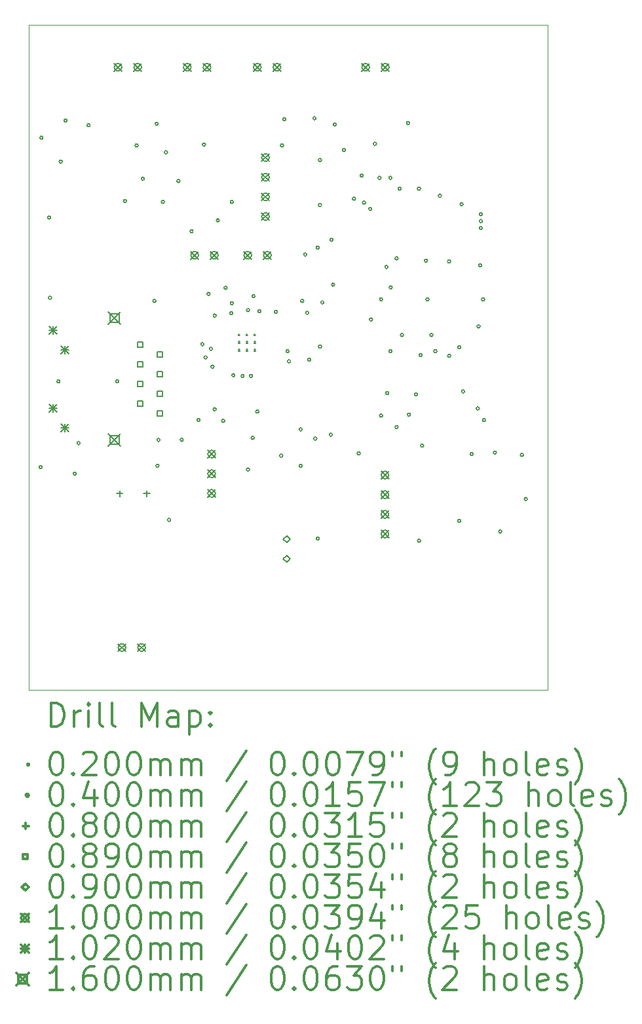
<source format=gbr>
%FSLAX45Y45*%
G04 Gerber Fmt 4.5, Leading zero omitted, Abs format (unit mm)*
G04 Created by KiCad (PCBNEW (5.1.10)-1) date 2021-11-10 22:46:03*
%MOMM*%
%LPD*%
G01*
G04 APERTURE LIST*
%TA.AperFunction,Profile*%
%ADD10C,0.050000*%
%TD*%
%ADD11C,0.200000*%
%ADD12C,0.300000*%
G04 APERTURE END LIST*
D10*
X5000000Y-6400000D02*
X5000000Y-15000000D01*
X11700000Y-6400000D02*
X5000000Y-6400000D01*
X11700000Y-15000000D02*
X11700000Y-6400000D01*
X5000000Y-15000000D02*
X11700000Y-15000000D01*
D11*
X7707500Y-10396250D02*
X7727500Y-10416250D01*
X7727500Y-10396250D02*
X7707500Y-10416250D01*
X7707500Y-10496250D02*
X7727500Y-10516250D01*
X7727500Y-10496250D02*
X7707500Y-10516250D01*
X7707500Y-10596250D02*
X7727500Y-10616250D01*
X7727500Y-10596250D02*
X7707500Y-10616250D01*
X7807500Y-10396250D02*
X7827500Y-10416250D01*
X7827500Y-10396250D02*
X7807500Y-10416250D01*
X7807500Y-10496250D02*
X7827500Y-10516250D01*
X7827500Y-10496250D02*
X7807500Y-10516250D01*
X7807500Y-10596250D02*
X7827500Y-10616250D01*
X7827500Y-10596250D02*
X7807500Y-10616250D01*
X7907500Y-10396250D02*
X7927500Y-10416250D01*
X7927500Y-10396250D02*
X7907500Y-10416250D01*
X7907500Y-10496250D02*
X7927500Y-10516250D01*
X7927500Y-10496250D02*
X7907500Y-10516250D01*
X7907500Y-10596250D02*
X7927500Y-10616250D01*
X7927500Y-10596250D02*
X7907500Y-10616250D01*
X5170000Y-12120000D02*
G75*
G03*
X5170000Y-12120000I-20000J0D01*
G01*
X5180000Y-7860000D02*
G75*
G03*
X5180000Y-7860000I-20000J0D01*
G01*
X5280000Y-8890000D02*
G75*
G03*
X5280000Y-8890000I-20000J0D01*
G01*
X5290000Y-9930000D02*
G75*
G03*
X5290000Y-9930000I-20000J0D01*
G01*
X5400000Y-11010000D02*
G75*
G03*
X5400000Y-11010000I-20000J0D01*
G01*
X5430000Y-8170000D02*
G75*
G03*
X5430000Y-8170000I-20000J0D01*
G01*
X5490000Y-7640000D02*
G75*
G03*
X5490000Y-7640000I-20000J0D01*
G01*
X5610000Y-12200000D02*
G75*
G03*
X5610000Y-12200000I-20000J0D01*
G01*
X5660000Y-11810000D02*
G75*
G03*
X5660000Y-11810000I-20000J0D01*
G01*
X5790000Y-7700000D02*
G75*
G03*
X5790000Y-7700000I-20000J0D01*
G01*
X6160000Y-11010000D02*
G75*
G03*
X6160000Y-11010000I-20000J0D01*
G01*
X6260000Y-8680000D02*
G75*
G03*
X6260000Y-8680000I-20000J0D01*
G01*
X6410000Y-7960000D02*
G75*
G03*
X6410000Y-7960000I-20000J0D01*
G01*
X6490000Y-8390000D02*
G75*
G03*
X6490000Y-8390000I-20000J0D01*
G01*
X6640000Y-9970000D02*
G75*
G03*
X6640000Y-9970000I-20000J0D01*
G01*
X6670000Y-7680000D02*
G75*
G03*
X6670000Y-7680000I-20000J0D01*
G01*
X6680000Y-12100000D02*
G75*
G03*
X6680000Y-12100000I-20000J0D01*
G01*
X6694000Y-11766000D02*
G75*
G03*
X6694000Y-11766000I-20000J0D01*
G01*
X6750000Y-8690000D02*
G75*
G03*
X6750000Y-8690000I-20000J0D01*
G01*
X6790000Y-8050000D02*
G75*
G03*
X6790000Y-8050000I-20000J0D01*
G01*
X6830000Y-12800000D02*
G75*
G03*
X6830000Y-12800000I-20000J0D01*
G01*
X6950000Y-8420000D02*
G75*
G03*
X6950000Y-8420000I-20000J0D01*
G01*
X6994000Y-11766000D02*
G75*
G03*
X6994000Y-11766000I-20000J0D01*
G01*
X7120000Y-9070000D02*
G75*
G03*
X7120000Y-9070000I-20000J0D01*
G01*
X7208735Y-11508735D02*
G75*
G03*
X7208735Y-11508735I-20000J0D01*
G01*
X7260000Y-10530000D02*
G75*
G03*
X7260000Y-10530000I-20000J0D01*
G01*
X7280000Y-7950000D02*
G75*
G03*
X7280000Y-7950000I-20000J0D01*
G01*
X7300000Y-10700000D02*
G75*
G03*
X7300000Y-10700000I-20000J0D01*
G01*
X7340000Y-9880000D02*
G75*
G03*
X7340000Y-9880000I-20000J0D01*
G01*
X7370000Y-10590000D02*
G75*
G03*
X7370000Y-10590000I-20000J0D01*
G01*
X7390000Y-10820000D02*
G75*
G03*
X7390000Y-10820000I-20000J0D01*
G01*
X7420000Y-10160000D02*
G75*
G03*
X7420000Y-10160000I-20000J0D01*
G01*
X7420000Y-11370000D02*
G75*
G03*
X7420000Y-11370000I-20000J0D01*
G01*
X7460000Y-8930000D02*
G75*
G03*
X7460000Y-8930000I-20000J0D01*
G01*
X7530000Y-11520000D02*
G75*
G03*
X7530000Y-11520000I-20000J0D01*
G01*
X7560000Y-9800000D02*
G75*
G03*
X7560000Y-9800000I-20000J0D01*
G01*
X7632500Y-10130000D02*
G75*
G03*
X7632500Y-10130000I-20000J0D01*
G01*
X7640000Y-8690000D02*
G75*
G03*
X7640000Y-8690000I-20000J0D01*
G01*
X7640000Y-10000000D02*
G75*
G03*
X7640000Y-10000000I-20000J0D01*
G01*
X7660000Y-10930000D02*
G75*
G03*
X7660000Y-10930000I-20000J0D01*
G01*
X7780000Y-10940000D02*
G75*
G03*
X7780000Y-10940000I-20000J0D01*
G01*
X7850000Y-10090000D02*
G75*
G03*
X7850000Y-10090000I-20000J0D01*
G01*
X7850000Y-12150000D02*
G75*
G03*
X7850000Y-12150000I-20000J0D01*
G01*
X7890000Y-10940000D02*
G75*
G03*
X7890000Y-10940000I-20000J0D01*
G01*
X7910000Y-11740000D02*
G75*
G03*
X7910000Y-11740000I-20000J0D01*
G01*
X7920000Y-9910000D02*
G75*
G03*
X7920000Y-9910000I-20000J0D01*
G01*
X7970000Y-11400000D02*
G75*
G03*
X7970000Y-11400000I-20000J0D01*
G01*
X7998735Y-10101267D02*
G75*
G03*
X7998735Y-10101267I-20000J0D01*
G01*
X8210000Y-10110000D02*
G75*
G03*
X8210000Y-10110000I-20000J0D01*
G01*
X8280000Y-11970000D02*
G75*
G03*
X8280000Y-11970000I-20000J0D01*
G01*
X8290000Y-7960000D02*
G75*
G03*
X8290000Y-7960000I-20000J0D01*
G01*
X8320000Y-7620000D02*
G75*
G03*
X8320000Y-7620000I-20000J0D01*
G01*
X8360000Y-10620000D02*
G75*
G03*
X8360000Y-10620000I-20000J0D01*
G01*
X8380000Y-10750000D02*
G75*
G03*
X8380000Y-10750000I-20000J0D01*
G01*
X8530000Y-11630000D02*
G75*
G03*
X8530000Y-11630000I-20000J0D01*
G01*
X8530000Y-12100000D02*
G75*
G03*
X8530000Y-12100000I-20000J0D01*
G01*
X8550000Y-9970000D02*
G75*
G03*
X8550000Y-9970000I-20000J0D01*
G01*
X8590000Y-9370000D02*
G75*
G03*
X8590000Y-9370000I-20000J0D01*
G01*
X8615000Y-10125000D02*
G75*
G03*
X8615000Y-10125000I-20000J0D01*
G01*
X8640000Y-10730000D02*
G75*
G03*
X8640000Y-10730000I-20000J0D01*
G01*
X8710000Y-7610000D02*
G75*
G03*
X8710000Y-7610000I-20000J0D01*
G01*
X8720000Y-11750000D02*
G75*
G03*
X8720000Y-11750000I-20000J0D01*
G01*
X8750000Y-9280000D02*
G75*
G03*
X8750000Y-9280000I-20000J0D01*
G01*
X8750000Y-13040000D02*
G75*
G03*
X8750000Y-13040000I-20000J0D01*
G01*
X8780000Y-8150000D02*
G75*
G03*
X8780000Y-8150000I-20000J0D01*
G01*
X8780000Y-8730000D02*
G75*
G03*
X8780000Y-8730000I-20000J0D01*
G01*
X8780000Y-10560000D02*
G75*
G03*
X8780000Y-10560000I-20000J0D01*
G01*
X8810000Y-9990000D02*
G75*
G03*
X8810000Y-9990000I-20000J0D01*
G01*
X8920000Y-11700000D02*
G75*
G03*
X8920000Y-11700000I-20000J0D01*
G01*
X8930000Y-9180000D02*
G75*
G03*
X8930000Y-9180000I-20000J0D01*
G01*
X8950000Y-9760000D02*
G75*
G03*
X8950000Y-9760000I-20000J0D01*
G01*
X8970000Y-7690000D02*
G75*
G03*
X8970000Y-7690000I-20000J0D01*
G01*
X9090000Y-8020000D02*
G75*
G03*
X9090000Y-8020000I-20000J0D01*
G01*
X9220000Y-8650000D02*
G75*
G03*
X9220000Y-8650000I-20000J0D01*
G01*
X9280000Y-11940000D02*
G75*
G03*
X9280000Y-11940000I-20000J0D01*
G01*
X9320000Y-8350000D02*
G75*
G03*
X9320000Y-8350000I-20000J0D01*
G01*
X9350000Y-8700000D02*
G75*
G03*
X9350000Y-8700000I-20000J0D01*
G01*
X9430000Y-8780000D02*
G75*
G03*
X9430000Y-8780000I-20000J0D01*
G01*
X9440000Y-10210000D02*
G75*
G03*
X9440000Y-10210000I-20000J0D01*
G01*
X9490000Y-7940000D02*
G75*
G03*
X9490000Y-7940000I-20000J0D01*
G01*
X9550000Y-8380000D02*
G75*
G03*
X9550000Y-8380000I-20000J0D01*
G01*
X9570000Y-9950000D02*
G75*
G03*
X9570000Y-9950000I-20000J0D01*
G01*
X9570000Y-11452500D02*
G75*
G03*
X9570000Y-11452500I-20000J0D01*
G01*
X9640000Y-9530000D02*
G75*
G03*
X9640000Y-9530000I-20000J0D01*
G01*
X9650000Y-11162501D02*
G75*
G03*
X9650000Y-11162501I-20000J0D01*
G01*
X9690000Y-8380000D02*
G75*
G03*
X9690000Y-8380000I-20000J0D01*
G01*
X9690000Y-10620000D02*
G75*
G03*
X9690000Y-10620000I-20000J0D01*
G01*
X9695000Y-9795000D02*
G75*
G03*
X9695000Y-9795000I-20000J0D01*
G01*
X9770000Y-9420000D02*
G75*
G03*
X9770000Y-9420000I-20000J0D01*
G01*
X9770000Y-11600000D02*
G75*
G03*
X9770000Y-11600000I-20000J0D01*
G01*
X9810000Y-8520000D02*
G75*
G03*
X9810000Y-8520000I-20000J0D01*
G01*
X9840000Y-10410000D02*
G75*
G03*
X9840000Y-10410000I-20000J0D01*
G01*
X9917500Y-7672500D02*
G75*
G03*
X9917500Y-7672500I-20000J0D01*
G01*
X9930000Y-11440000D02*
G75*
G03*
X9930000Y-11440000I-20000J0D01*
G01*
X10020000Y-11180000D02*
G75*
G03*
X10020000Y-11180000I-20000J0D01*
G01*
X10060000Y-8520000D02*
G75*
G03*
X10060000Y-8520000I-20000J0D01*
G01*
X10060000Y-13070000D02*
G75*
G03*
X10060000Y-13070000I-20000J0D01*
G01*
X10080000Y-10670000D02*
G75*
G03*
X10080000Y-10670000I-20000J0D01*
G01*
X10100000Y-11840000D02*
G75*
G03*
X10100000Y-11840000I-20000J0D01*
G01*
X10150000Y-9450000D02*
G75*
G03*
X10150000Y-9450000I-20000J0D01*
G01*
X10170000Y-9950000D02*
G75*
G03*
X10170000Y-9950000I-20000J0D01*
G01*
X10220000Y-10410000D02*
G75*
G03*
X10220000Y-10410000I-20000J0D01*
G01*
X10270000Y-10620000D02*
G75*
G03*
X10270000Y-10620000I-20000J0D01*
G01*
X10330000Y-8610000D02*
G75*
G03*
X10330000Y-8610000I-20000J0D01*
G01*
X10450000Y-9460000D02*
G75*
G03*
X10450000Y-9460000I-20000J0D01*
G01*
X10450000Y-10680000D02*
G75*
G03*
X10450000Y-10680000I-20000J0D01*
G01*
X10579999Y-10570000D02*
G75*
G03*
X10579999Y-10570000I-20000J0D01*
G01*
X10580000Y-12810000D02*
G75*
G03*
X10580000Y-12810000I-20000J0D01*
G01*
X10610000Y-8720000D02*
G75*
G03*
X10610000Y-8720000I-20000J0D01*
G01*
X10630000Y-11140000D02*
G75*
G03*
X10630000Y-11140000I-20000J0D01*
G01*
X10740000Y-11950000D02*
G75*
G03*
X10740000Y-11950000I-20000J0D01*
G01*
X10820000Y-11360000D02*
G75*
G03*
X10820000Y-11360000I-20000J0D01*
G01*
X10830000Y-10300000D02*
G75*
G03*
X10830000Y-10300000I-20000J0D01*
G01*
X10850000Y-9510000D02*
G75*
G03*
X10850000Y-9510000I-20000J0D01*
G01*
X10860000Y-8850000D02*
G75*
G03*
X10860000Y-8850000I-20000J0D01*
G01*
X10860000Y-8940000D02*
G75*
G03*
X10860000Y-8940000I-20000J0D01*
G01*
X10860000Y-9030000D02*
G75*
G03*
X10860000Y-9030000I-20000J0D01*
G01*
X10890000Y-9950000D02*
G75*
G03*
X10890000Y-9950000I-20000J0D01*
G01*
X10900000Y-11510000D02*
G75*
G03*
X10900000Y-11510000I-20000J0D01*
G01*
X11040000Y-11930000D02*
G75*
G03*
X11040000Y-11930000I-20000J0D01*
G01*
X11110000Y-12950000D02*
G75*
G03*
X11110000Y-12950000I-20000J0D01*
G01*
X11390000Y-11960000D02*
G75*
G03*
X11390000Y-11960000I-20000J0D01*
G01*
X11440000Y-12530000D02*
G75*
G03*
X11440000Y-12530000I-20000J0D01*
G01*
X6170000Y-12420000D02*
X6170000Y-12500000D01*
X6130000Y-12460000D02*
X6210000Y-12460000D01*
X6520000Y-12420000D02*
X6520000Y-12500000D01*
X6480000Y-12460000D02*
X6560000Y-12460000D01*
X6466467Y-10565467D02*
X6466467Y-10502533D01*
X6403533Y-10502533D01*
X6403533Y-10565467D01*
X6466467Y-10565467D01*
X6466467Y-10819467D02*
X6466467Y-10756533D01*
X6403533Y-10756533D01*
X6403533Y-10819467D01*
X6466467Y-10819467D01*
X6466467Y-11073467D02*
X6466467Y-11010533D01*
X6403533Y-11010533D01*
X6403533Y-11073467D01*
X6466467Y-11073467D01*
X6466467Y-11327467D02*
X6466467Y-11264533D01*
X6403533Y-11264533D01*
X6403533Y-11327467D01*
X6466467Y-11327467D01*
X6720467Y-10692467D02*
X6720467Y-10629533D01*
X6657533Y-10629533D01*
X6657533Y-10692467D01*
X6720467Y-10692467D01*
X6720467Y-10946467D02*
X6720467Y-10883533D01*
X6657533Y-10883533D01*
X6657533Y-10946467D01*
X6720467Y-10946467D01*
X6720467Y-11200467D02*
X6720467Y-11137533D01*
X6657533Y-11137533D01*
X6657533Y-11200467D01*
X6720467Y-11200467D01*
X6720467Y-11454467D02*
X6720467Y-11391533D01*
X6657533Y-11391533D01*
X6657533Y-11454467D01*
X6720467Y-11454467D01*
X8330000Y-13095000D02*
X8375000Y-13050000D01*
X8330000Y-13005000D01*
X8285000Y-13050000D01*
X8330000Y-13095000D01*
X8330000Y-13349000D02*
X8375000Y-13304000D01*
X8330000Y-13259000D01*
X8285000Y-13304000D01*
X8330000Y-13349000D01*
X6100000Y-6900000D02*
X6200000Y-7000000D01*
X6200000Y-6900000D02*
X6100000Y-7000000D01*
X6200000Y-6950000D02*
G75*
G03*
X6200000Y-6950000I-50000J0D01*
G01*
X6150000Y-14400000D02*
X6250000Y-14500000D01*
X6250000Y-14400000D02*
X6150000Y-14500000D01*
X6250000Y-14450000D02*
G75*
G03*
X6250000Y-14450000I-50000J0D01*
G01*
X6354000Y-6900000D02*
X6454000Y-7000000D01*
X6454000Y-6900000D02*
X6354000Y-7000000D01*
X6454000Y-6950000D02*
G75*
G03*
X6454000Y-6950000I-50000J0D01*
G01*
X6404000Y-14400000D02*
X6504000Y-14500000D01*
X6504000Y-14400000D02*
X6404000Y-14500000D01*
X6504000Y-14450000D02*
G75*
G03*
X6504000Y-14450000I-50000J0D01*
G01*
X6996000Y-6900000D02*
X7096000Y-7000000D01*
X7096000Y-6900000D02*
X6996000Y-7000000D01*
X7096000Y-6950000D02*
G75*
G03*
X7096000Y-6950000I-50000J0D01*
G01*
X7090000Y-9330000D02*
X7190000Y-9430000D01*
X7190000Y-9330000D02*
X7090000Y-9430000D01*
X7190000Y-9380000D02*
G75*
G03*
X7190000Y-9380000I-50000J0D01*
G01*
X7250000Y-6900000D02*
X7350000Y-7000000D01*
X7350000Y-6900000D02*
X7250000Y-7000000D01*
X7350000Y-6950000D02*
G75*
G03*
X7350000Y-6950000I-50000J0D01*
G01*
X7310000Y-11900000D02*
X7410000Y-12000000D01*
X7410000Y-11900000D02*
X7310000Y-12000000D01*
X7410000Y-11950000D02*
G75*
G03*
X7410000Y-11950000I-50000J0D01*
G01*
X7310000Y-12154000D02*
X7410000Y-12254000D01*
X7410000Y-12154000D02*
X7310000Y-12254000D01*
X7410000Y-12204000D02*
G75*
G03*
X7410000Y-12204000I-50000J0D01*
G01*
X7310000Y-12408000D02*
X7410000Y-12508000D01*
X7410000Y-12408000D02*
X7310000Y-12508000D01*
X7410000Y-12458000D02*
G75*
G03*
X7410000Y-12458000I-50000J0D01*
G01*
X7344000Y-9330000D02*
X7444000Y-9430000D01*
X7444000Y-9330000D02*
X7344000Y-9430000D01*
X7444000Y-9380000D02*
G75*
G03*
X7444000Y-9380000I-50000J0D01*
G01*
X7776000Y-9330000D02*
X7876000Y-9430000D01*
X7876000Y-9330000D02*
X7776000Y-9430000D01*
X7876000Y-9380000D02*
G75*
G03*
X7876000Y-9380000I-50000J0D01*
G01*
X7900000Y-6900000D02*
X8000000Y-7000000D01*
X8000000Y-6900000D02*
X7900000Y-7000000D01*
X8000000Y-6950000D02*
G75*
G03*
X8000000Y-6950000I-50000J0D01*
G01*
X8005500Y-8067500D02*
X8105500Y-8167500D01*
X8105500Y-8067500D02*
X8005500Y-8167500D01*
X8105500Y-8117500D02*
G75*
G03*
X8105500Y-8117500I-50000J0D01*
G01*
X8005500Y-8321500D02*
X8105500Y-8421500D01*
X8105500Y-8321500D02*
X8005500Y-8421500D01*
X8105500Y-8371500D02*
G75*
G03*
X8105500Y-8371500I-50000J0D01*
G01*
X8005500Y-8575500D02*
X8105500Y-8675500D01*
X8105500Y-8575500D02*
X8005500Y-8675500D01*
X8105500Y-8625500D02*
G75*
G03*
X8105500Y-8625500I-50000J0D01*
G01*
X8005500Y-8829500D02*
X8105500Y-8929500D01*
X8105500Y-8829500D02*
X8005500Y-8929500D01*
X8105500Y-8879500D02*
G75*
G03*
X8105500Y-8879500I-50000J0D01*
G01*
X8030000Y-9330000D02*
X8130000Y-9430000D01*
X8130000Y-9330000D02*
X8030000Y-9430000D01*
X8130000Y-9380000D02*
G75*
G03*
X8130000Y-9380000I-50000J0D01*
G01*
X8154000Y-6900000D02*
X8254000Y-7000000D01*
X8254000Y-6900000D02*
X8154000Y-7000000D01*
X8254000Y-6950000D02*
G75*
G03*
X8254000Y-6950000I-50000J0D01*
G01*
X9300000Y-6900000D02*
X9400000Y-7000000D01*
X9400000Y-6900000D02*
X9300000Y-7000000D01*
X9400000Y-6950000D02*
G75*
G03*
X9400000Y-6950000I-50000J0D01*
G01*
X9550000Y-12170000D02*
X9650000Y-12270000D01*
X9650000Y-12170000D02*
X9550000Y-12270000D01*
X9650000Y-12220000D02*
G75*
G03*
X9650000Y-12220000I-50000J0D01*
G01*
X9550000Y-12424000D02*
X9650000Y-12524000D01*
X9650000Y-12424000D02*
X9550000Y-12524000D01*
X9650000Y-12474000D02*
G75*
G03*
X9650000Y-12474000I-50000J0D01*
G01*
X9550000Y-12678000D02*
X9650000Y-12778000D01*
X9650000Y-12678000D02*
X9550000Y-12778000D01*
X9650000Y-12728000D02*
G75*
G03*
X9650000Y-12728000I-50000J0D01*
G01*
X9550000Y-12932000D02*
X9650000Y-13032000D01*
X9650000Y-12932000D02*
X9550000Y-13032000D01*
X9650000Y-12982000D02*
G75*
G03*
X9650000Y-12982000I-50000J0D01*
G01*
X9554000Y-6900000D02*
X9654000Y-7000000D01*
X9654000Y-6900000D02*
X9554000Y-7000000D01*
X9654000Y-6950000D02*
G75*
G03*
X9654000Y-6950000I-50000J0D01*
G01*
X5259000Y-10295000D02*
X5361000Y-10397000D01*
X5361000Y-10295000D02*
X5259000Y-10397000D01*
X5310000Y-10295000D02*
X5310000Y-10397000D01*
X5259000Y-10346000D02*
X5361000Y-10346000D01*
X5259000Y-11306000D02*
X5361000Y-11408000D01*
X5361000Y-11306000D02*
X5259000Y-11408000D01*
X5310000Y-11306000D02*
X5310000Y-11408000D01*
X5259000Y-11357000D02*
X5361000Y-11357000D01*
X5411000Y-10549000D02*
X5513000Y-10651000D01*
X5513000Y-10549000D02*
X5411000Y-10651000D01*
X5462000Y-10549000D02*
X5462000Y-10651000D01*
X5411000Y-10600000D02*
X5513000Y-10600000D01*
X5411000Y-11560000D02*
X5513000Y-11662000D01*
X5513000Y-11560000D02*
X5411000Y-11662000D01*
X5462000Y-11560000D02*
X5462000Y-11662000D01*
X5411000Y-11611000D02*
X5513000Y-11611000D01*
X6025000Y-10111000D02*
X6185000Y-10271000D01*
X6185000Y-10111000D02*
X6025000Y-10271000D01*
X6161569Y-10247569D02*
X6161569Y-10134431D01*
X6048431Y-10134431D01*
X6048431Y-10247569D01*
X6161569Y-10247569D01*
X6025000Y-11686000D02*
X6185000Y-11846000D01*
X6185000Y-11686000D02*
X6025000Y-11846000D01*
X6161569Y-11822569D02*
X6161569Y-11709431D01*
X6048431Y-11709431D01*
X6048431Y-11822569D01*
X6161569Y-11822569D01*
D12*
X5283928Y-15468214D02*
X5283928Y-15168214D01*
X5355357Y-15168214D01*
X5398214Y-15182500D01*
X5426786Y-15211071D01*
X5441071Y-15239643D01*
X5455357Y-15296786D01*
X5455357Y-15339643D01*
X5441071Y-15396786D01*
X5426786Y-15425357D01*
X5398214Y-15453929D01*
X5355357Y-15468214D01*
X5283928Y-15468214D01*
X5583928Y-15468214D02*
X5583928Y-15268214D01*
X5583928Y-15325357D02*
X5598214Y-15296786D01*
X5612500Y-15282500D01*
X5641071Y-15268214D01*
X5669643Y-15268214D01*
X5769643Y-15468214D02*
X5769643Y-15268214D01*
X5769643Y-15168214D02*
X5755357Y-15182500D01*
X5769643Y-15196786D01*
X5783928Y-15182500D01*
X5769643Y-15168214D01*
X5769643Y-15196786D01*
X5955357Y-15468214D02*
X5926786Y-15453929D01*
X5912500Y-15425357D01*
X5912500Y-15168214D01*
X6112500Y-15468214D02*
X6083928Y-15453929D01*
X6069643Y-15425357D01*
X6069643Y-15168214D01*
X6455357Y-15468214D02*
X6455357Y-15168214D01*
X6555357Y-15382500D01*
X6655357Y-15168214D01*
X6655357Y-15468214D01*
X6926786Y-15468214D02*
X6926786Y-15311071D01*
X6912500Y-15282500D01*
X6883928Y-15268214D01*
X6826786Y-15268214D01*
X6798214Y-15282500D01*
X6926786Y-15453929D02*
X6898214Y-15468214D01*
X6826786Y-15468214D01*
X6798214Y-15453929D01*
X6783928Y-15425357D01*
X6783928Y-15396786D01*
X6798214Y-15368214D01*
X6826786Y-15353929D01*
X6898214Y-15353929D01*
X6926786Y-15339643D01*
X7069643Y-15268214D02*
X7069643Y-15568214D01*
X7069643Y-15282500D02*
X7098214Y-15268214D01*
X7155357Y-15268214D01*
X7183928Y-15282500D01*
X7198214Y-15296786D01*
X7212500Y-15325357D01*
X7212500Y-15411071D01*
X7198214Y-15439643D01*
X7183928Y-15453929D01*
X7155357Y-15468214D01*
X7098214Y-15468214D01*
X7069643Y-15453929D01*
X7341071Y-15439643D02*
X7355357Y-15453929D01*
X7341071Y-15468214D01*
X7326786Y-15453929D01*
X7341071Y-15439643D01*
X7341071Y-15468214D01*
X7341071Y-15282500D02*
X7355357Y-15296786D01*
X7341071Y-15311071D01*
X7326786Y-15296786D01*
X7341071Y-15282500D01*
X7341071Y-15311071D01*
X4977500Y-15952500D02*
X4997500Y-15972500D01*
X4997500Y-15952500D02*
X4977500Y-15972500D01*
X5341071Y-15798214D02*
X5369643Y-15798214D01*
X5398214Y-15812500D01*
X5412500Y-15826786D01*
X5426786Y-15855357D01*
X5441071Y-15912500D01*
X5441071Y-15983929D01*
X5426786Y-16041071D01*
X5412500Y-16069643D01*
X5398214Y-16083929D01*
X5369643Y-16098214D01*
X5341071Y-16098214D01*
X5312500Y-16083929D01*
X5298214Y-16069643D01*
X5283928Y-16041071D01*
X5269643Y-15983929D01*
X5269643Y-15912500D01*
X5283928Y-15855357D01*
X5298214Y-15826786D01*
X5312500Y-15812500D01*
X5341071Y-15798214D01*
X5569643Y-16069643D02*
X5583928Y-16083929D01*
X5569643Y-16098214D01*
X5555357Y-16083929D01*
X5569643Y-16069643D01*
X5569643Y-16098214D01*
X5698214Y-15826786D02*
X5712500Y-15812500D01*
X5741071Y-15798214D01*
X5812500Y-15798214D01*
X5841071Y-15812500D01*
X5855357Y-15826786D01*
X5869643Y-15855357D01*
X5869643Y-15883929D01*
X5855357Y-15926786D01*
X5683928Y-16098214D01*
X5869643Y-16098214D01*
X6055357Y-15798214D02*
X6083928Y-15798214D01*
X6112500Y-15812500D01*
X6126786Y-15826786D01*
X6141071Y-15855357D01*
X6155357Y-15912500D01*
X6155357Y-15983929D01*
X6141071Y-16041071D01*
X6126786Y-16069643D01*
X6112500Y-16083929D01*
X6083928Y-16098214D01*
X6055357Y-16098214D01*
X6026786Y-16083929D01*
X6012500Y-16069643D01*
X5998214Y-16041071D01*
X5983928Y-15983929D01*
X5983928Y-15912500D01*
X5998214Y-15855357D01*
X6012500Y-15826786D01*
X6026786Y-15812500D01*
X6055357Y-15798214D01*
X6341071Y-15798214D02*
X6369643Y-15798214D01*
X6398214Y-15812500D01*
X6412500Y-15826786D01*
X6426786Y-15855357D01*
X6441071Y-15912500D01*
X6441071Y-15983929D01*
X6426786Y-16041071D01*
X6412500Y-16069643D01*
X6398214Y-16083929D01*
X6369643Y-16098214D01*
X6341071Y-16098214D01*
X6312500Y-16083929D01*
X6298214Y-16069643D01*
X6283928Y-16041071D01*
X6269643Y-15983929D01*
X6269643Y-15912500D01*
X6283928Y-15855357D01*
X6298214Y-15826786D01*
X6312500Y-15812500D01*
X6341071Y-15798214D01*
X6569643Y-16098214D02*
X6569643Y-15898214D01*
X6569643Y-15926786D02*
X6583928Y-15912500D01*
X6612500Y-15898214D01*
X6655357Y-15898214D01*
X6683928Y-15912500D01*
X6698214Y-15941071D01*
X6698214Y-16098214D01*
X6698214Y-15941071D02*
X6712500Y-15912500D01*
X6741071Y-15898214D01*
X6783928Y-15898214D01*
X6812500Y-15912500D01*
X6826786Y-15941071D01*
X6826786Y-16098214D01*
X6969643Y-16098214D02*
X6969643Y-15898214D01*
X6969643Y-15926786D02*
X6983928Y-15912500D01*
X7012500Y-15898214D01*
X7055357Y-15898214D01*
X7083928Y-15912500D01*
X7098214Y-15941071D01*
X7098214Y-16098214D01*
X7098214Y-15941071D02*
X7112500Y-15912500D01*
X7141071Y-15898214D01*
X7183928Y-15898214D01*
X7212500Y-15912500D01*
X7226786Y-15941071D01*
X7226786Y-16098214D01*
X7812500Y-15783929D02*
X7555357Y-16169643D01*
X8198214Y-15798214D02*
X8226786Y-15798214D01*
X8255357Y-15812500D01*
X8269643Y-15826786D01*
X8283928Y-15855357D01*
X8298214Y-15912500D01*
X8298214Y-15983929D01*
X8283928Y-16041071D01*
X8269643Y-16069643D01*
X8255357Y-16083929D01*
X8226786Y-16098214D01*
X8198214Y-16098214D01*
X8169643Y-16083929D01*
X8155357Y-16069643D01*
X8141071Y-16041071D01*
X8126786Y-15983929D01*
X8126786Y-15912500D01*
X8141071Y-15855357D01*
X8155357Y-15826786D01*
X8169643Y-15812500D01*
X8198214Y-15798214D01*
X8426786Y-16069643D02*
X8441071Y-16083929D01*
X8426786Y-16098214D01*
X8412500Y-16083929D01*
X8426786Y-16069643D01*
X8426786Y-16098214D01*
X8626786Y-15798214D02*
X8655357Y-15798214D01*
X8683928Y-15812500D01*
X8698214Y-15826786D01*
X8712500Y-15855357D01*
X8726786Y-15912500D01*
X8726786Y-15983929D01*
X8712500Y-16041071D01*
X8698214Y-16069643D01*
X8683928Y-16083929D01*
X8655357Y-16098214D01*
X8626786Y-16098214D01*
X8598214Y-16083929D01*
X8583928Y-16069643D01*
X8569643Y-16041071D01*
X8555357Y-15983929D01*
X8555357Y-15912500D01*
X8569643Y-15855357D01*
X8583928Y-15826786D01*
X8598214Y-15812500D01*
X8626786Y-15798214D01*
X8912500Y-15798214D02*
X8941071Y-15798214D01*
X8969643Y-15812500D01*
X8983928Y-15826786D01*
X8998214Y-15855357D01*
X9012500Y-15912500D01*
X9012500Y-15983929D01*
X8998214Y-16041071D01*
X8983928Y-16069643D01*
X8969643Y-16083929D01*
X8941071Y-16098214D01*
X8912500Y-16098214D01*
X8883928Y-16083929D01*
X8869643Y-16069643D01*
X8855357Y-16041071D01*
X8841071Y-15983929D01*
X8841071Y-15912500D01*
X8855357Y-15855357D01*
X8869643Y-15826786D01*
X8883928Y-15812500D01*
X8912500Y-15798214D01*
X9112500Y-15798214D02*
X9312500Y-15798214D01*
X9183928Y-16098214D01*
X9441071Y-16098214D02*
X9498214Y-16098214D01*
X9526786Y-16083929D01*
X9541071Y-16069643D01*
X9569643Y-16026786D01*
X9583928Y-15969643D01*
X9583928Y-15855357D01*
X9569643Y-15826786D01*
X9555357Y-15812500D01*
X9526786Y-15798214D01*
X9469643Y-15798214D01*
X9441071Y-15812500D01*
X9426786Y-15826786D01*
X9412500Y-15855357D01*
X9412500Y-15926786D01*
X9426786Y-15955357D01*
X9441071Y-15969643D01*
X9469643Y-15983929D01*
X9526786Y-15983929D01*
X9555357Y-15969643D01*
X9569643Y-15955357D01*
X9583928Y-15926786D01*
X9698214Y-15798214D02*
X9698214Y-15855357D01*
X9812500Y-15798214D02*
X9812500Y-15855357D01*
X10255357Y-16212500D02*
X10241071Y-16198214D01*
X10212500Y-16155357D01*
X10198214Y-16126786D01*
X10183928Y-16083929D01*
X10169643Y-16012500D01*
X10169643Y-15955357D01*
X10183928Y-15883929D01*
X10198214Y-15841071D01*
X10212500Y-15812500D01*
X10241071Y-15769643D01*
X10255357Y-15755357D01*
X10383928Y-16098214D02*
X10441071Y-16098214D01*
X10469643Y-16083929D01*
X10483928Y-16069643D01*
X10512500Y-16026786D01*
X10526786Y-15969643D01*
X10526786Y-15855357D01*
X10512500Y-15826786D01*
X10498214Y-15812500D01*
X10469643Y-15798214D01*
X10412500Y-15798214D01*
X10383928Y-15812500D01*
X10369643Y-15826786D01*
X10355357Y-15855357D01*
X10355357Y-15926786D01*
X10369643Y-15955357D01*
X10383928Y-15969643D01*
X10412500Y-15983929D01*
X10469643Y-15983929D01*
X10498214Y-15969643D01*
X10512500Y-15955357D01*
X10526786Y-15926786D01*
X10883928Y-16098214D02*
X10883928Y-15798214D01*
X11012500Y-16098214D02*
X11012500Y-15941071D01*
X10998214Y-15912500D01*
X10969643Y-15898214D01*
X10926786Y-15898214D01*
X10898214Y-15912500D01*
X10883928Y-15926786D01*
X11198214Y-16098214D02*
X11169643Y-16083929D01*
X11155357Y-16069643D01*
X11141071Y-16041071D01*
X11141071Y-15955357D01*
X11155357Y-15926786D01*
X11169643Y-15912500D01*
X11198214Y-15898214D01*
X11241071Y-15898214D01*
X11269643Y-15912500D01*
X11283928Y-15926786D01*
X11298214Y-15955357D01*
X11298214Y-16041071D01*
X11283928Y-16069643D01*
X11269643Y-16083929D01*
X11241071Y-16098214D01*
X11198214Y-16098214D01*
X11469643Y-16098214D02*
X11441071Y-16083929D01*
X11426786Y-16055357D01*
X11426786Y-15798214D01*
X11698214Y-16083929D02*
X11669643Y-16098214D01*
X11612500Y-16098214D01*
X11583928Y-16083929D01*
X11569643Y-16055357D01*
X11569643Y-15941071D01*
X11583928Y-15912500D01*
X11612500Y-15898214D01*
X11669643Y-15898214D01*
X11698214Y-15912500D01*
X11712500Y-15941071D01*
X11712500Y-15969643D01*
X11569643Y-15998214D01*
X11826786Y-16083929D02*
X11855357Y-16098214D01*
X11912500Y-16098214D01*
X11941071Y-16083929D01*
X11955357Y-16055357D01*
X11955357Y-16041071D01*
X11941071Y-16012500D01*
X11912500Y-15998214D01*
X11869643Y-15998214D01*
X11841071Y-15983929D01*
X11826786Y-15955357D01*
X11826786Y-15941071D01*
X11841071Y-15912500D01*
X11869643Y-15898214D01*
X11912500Y-15898214D01*
X11941071Y-15912500D01*
X12055357Y-16212500D02*
X12069643Y-16198214D01*
X12098214Y-16155357D01*
X12112500Y-16126786D01*
X12126786Y-16083929D01*
X12141071Y-16012500D01*
X12141071Y-15955357D01*
X12126786Y-15883929D01*
X12112500Y-15841071D01*
X12098214Y-15812500D01*
X12069643Y-15769643D01*
X12055357Y-15755357D01*
X4997500Y-16358500D02*
G75*
G03*
X4997500Y-16358500I-20000J0D01*
G01*
X5341071Y-16194214D02*
X5369643Y-16194214D01*
X5398214Y-16208500D01*
X5412500Y-16222786D01*
X5426786Y-16251357D01*
X5441071Y-16308500D01*
X5441071Y-16379929D01*
X5426786Y-16437071D01*
X5412500Y-16465643D01*
X5398214Y-16479929D01*
X5369643Y-16494214D01*
X5341071Y-16494214D01*
X5312500Y-16479929D01*
X5298214Y-16465643D01*
X5283928Y-16437071D01*
X5269643Y-16379929D01*
X5269643Y-16308500D01*
X5283928Y-16251357D01*
X5298214Y-16222786D01*
X5312500Y-16208500D01*
X5341071Y-16194214D01*
X5569643Y-16465643D02*
X5583928Y-16479929D01*
X5569643Y-16494214D01*
X5555357Y-16479929D01*
X5569643Y-16465643D01*
X5569643Y-16494214D01*
X5841071Y-16294214D02*
X5841071Y-16494214D01*
X5769643Y-16179929D02*
X5698214Y-16394214D01*
X5883928Y-16394214D01*
X6055357Y-16194214D02*
X6083928Y-16194214D01*
X6112500Y-16208500D01*
X6126786Y-16222786D01*
X6141071Y-16251357D01*
X6155357Y-16308500D01*
X6155357Y-16379929D01*
X6141071Y-16437071D01*
X6126786Y-16465643D01*
X6112500Y-16479929D01*
X6083928Y-16494214D01*
X6055357Y-16494214D01*
X6026786Y-16479929D01*
X6012500Y-16465643D01*
X5998214Y-16437071D01*
X5983928Y-16379929D01*
X5983928Y-16308500D01*
X5998214Y-16251357D01*
X6012500Y-16222786D01*
X6026786Y-16208500D01*
X6055357Y-16194214D01*
X6341071Y-16194214D02*
X6369643Y-16194214D01*
X6398214Y-16208500D01*
X6412500Y-16222786D01*
X6426786Y-16251357D01*
X6441071Y-16308500D01*
X6441071Y-16379929D01*
X6426786Y-16437071D01*
X6412500Y-16465643D01*
X6398214Y-16479929D01*
X6369643Y-16494214D01*
X6341071Y-16494214D01*
X6312500Y-16479929D01*
X6298214Y-16465643D01*
X6283928Y-16437071D01*
X6269643Y-16379929D01*
X6269643Y-16308500D01*
X6283928Y-16251357D01*
X6298214Y-16222786D01*
X6312500Y-16208500D01*
X6341071Y-16194214D01*
X6569643Y-16494214D02*
X6569643Y-16294214D01*
X6569643Y-16322786D02*
X6583928Y-16308500D01*
X6612500Y-16294214D01*
X6655357Y-16294214D01*
X6683928Y-16308500D01*
X6698214Y-16337071D01*
X6698214Y-16494214D01*
X6698214Y-16337071D02*
X6712500Y-16308500D01*
X6741071Y-16294214D01*
X6783928Y-16294214D01*
X6812500Y-16308500D01*
X6826786Y-16337071D01*
X6826786Y-16494214D01*
X6969643Y-16494214D02*
X6969643Y-16294214D01*
X6969643Y-16322786D02*
X6983928Y-16308500D01*
X7012500Y-16294214D01*
X7055357Y-16294214D01*
X7083928Y-16308500D01*
X7098214Y-16337071D01*
X7098214Y-16494214D01*
X7098214Y-16337071D02*
X7112500Y-16308500D01*
X7141071Y-16294214D01*
X7183928Y-16294214D01*
X7212500Y-16308500D01*
X7226786Y-16337071D01*
X7226786Y-16494214D01*
X7812500Y-16179929D02*
X7555357Y-16565643D01*
X8198214Y-16194214D02*
X8226786Y-16194214D01*
X8255357Y-16208500D01*
X8269643Y-16222786D01*
X8283928Y-16251357D01*
X8298214Y-16308500D01*
X8298214Y-16379929D01*
X8283928Y-16437071D01*
X8269643Y-16465643D01*
X8255357Y-16479929D01*
X8226786Y-16494214D01*
X8198214Y-16494214D01*
X8169643Y-16479929D01*
X8155357Y-16465643D01*
X8141071Y-16437071D01*
X8126786Y-16379929D01*
X8126786Y-16308500D01*
X8141071Y-16251357D01*
X8155357Y-16222786D01*
X8169643Y-16208500D01*
X8198214Y-16194214D01*
X8426786Y-16465643D02*
X8441071Y-16479929D01*
X8426786Y-16494214D01*
X8412500Y-16479929D01*
X8426786Y-16465643D01*
X8426786Y-16494214D01*
X8626786Y-16194214D02*
X8655357Y-16194214D01*
X8683928Y-16208500D01*
X8698214Y-16222786D01*
X8712500Y-16251357D01*
X8726786Y-16308500D01*
X8726786Y-16379929D01*
X8712500Y-16437071D01*
X8698214Y-16465643D01*
X8683928Y-16479929D01*
X8655357Y-16494214D01*
X8626786Y-16494214D01*
X8598214Y-16479929D01*
X8583928Y-16465643D01*
X8569643Y-16437071D01*
X8555357Y-16379929D01*
X8555357Y-16308500D01*
X8569643Y-16251357D01*
X8583928Y-16222786D01*
X8598214Y-16208500D01*
X8626786Y-16194214D01*
X9012500Y-16494214D02*
X8841071Y-16494214D01*
X8926786Y-16494214D02*
X8926786Y-16194214D01*
X8898214Y-16237071D01*
X8869643Y-16265643D01*
X8841071Y-16279929D01*
X9283928Y-16194214D02*
X9141071Y-16194214D01*
X9126786Y-16337071D01*
X9141071Y-16322786D01*
X9169643Y-16308500D01*
X9241071Y-16308500D01*
X9269643Y-16322786D01*
X9283928Y-16337071D01*
X9298214Y-16365643D01*
X9298214Y-16437071D01*
X9283928Y-16465643D01*
X9269643Y-16479929D01*
X9241071Y-16494214D01*
X9169643Y-16494214D01*
X9141071Y-16479929D01*
X9126786Y-16465643D01*
X9398214Y-16194214D02*
X9598214Y-16194214D01*
X9469643Y-16494214D01*
X9698214Y-16194214D02*
X9698214Y-16251357D01*
X9812500Y-16194214D02*
X9812500Y-16251357D01*
X10255357Y-16608500D02*
X10241071Y-16594214D01*
X10212500Y-16551357D01*
X10198214Y-16522786D01*
X10183928Y-16479929D01*
X10169643Y-16408500D01*
X10169643Y-16351357D01*
X10183928Y-16279929D01*
X10198214Y-16237071D01*
X10212500Y-16208500D01*
X10241071Y-16165643D01*
X10255357Y-16151357D01*
X10526786Y-16494214D02*
X10355357Y-16494214D01*
X10441071Y-16494214D02*
X10441071Y-16194214D01*
X10412500Y-16237071D01*
X10383928Y-16265643D01*
X10355357Y-16279929D01*
X10641071Y-16222786D02*
X10655357Y-16208500D01*
X10683928Y-16194214D01*
X10755357Y-16194214D01*
X10783928Y-16208500D01*
X10798214Y-16222786D01*
X10812500Y-16251357D01*
X10812500Y-16279929D01*
X10798214Y-16322786D01*
X10626786Y-16494214D01*
X10812500Y-16494214D01*
X10912500Y-16194214D02*
X11098214Y-16194214D01*
X10998214Y-16308500D01*
X11041071Y-16308500D01*
X11069643Y-16322786D01*
X11083928Y-16337071D01*
X11098214Y-16365643D01*
X11098214Y-16437071D01*
X11083928Y-16465643D01*
X11069643Y-16479929D01*
X11041071Y-16494214D01*
X10955357Y-16494214D01*
X10926786Y-16479929D01*
X10912500Y-16465643D01*
X11455357Y-16494214D02*
X11455357Y-16194214D01*
X11583928Y-16494214D02*
X11583928Y-16337071D01*
X11569643Y-16308500D01*
X11541071Y-16294214D01*
X11498214Y-16294214D01*
X11469643Y-16308500D01*
X11455357Y-16322786D01*
X11769643Y-16494214D02*
X11741071Y-16479929D01*
X11726786Y-16465643D01*
X11712500Y-16437071D01*
X11712500Y-16351357D01*
X11726786Y-16322786D01*
X11741071Y-16308500D01*
X11769643Y-16294214D01*
X11812500Y-16294214D01*
X11841071Y-16308500D01*
X11855357Y-16322786D01*
X11869643Y-16351357D01*
X11869643Y-16437071D01*
X11855357Y-16465643D01*
X11841071Y-16479929D01*
X11812500Y-16494214D01*
X11769643Y-16494214D01*
X12041071Y-16494214D02*
X12012500Y-16479929D01*
X11998214Y-16451357D01*
X11998214Y-16194214D01*
X12269643Y-16479929D02*
X12241071Y-16494214D01*
X12183928Y-16494214D01*
X12155357Y-16479929D01*
X12141071Y-16451357D01*
X12141071Y-16337071D01*
X12155357Y-16308500D01*
X12183928Y-16294214D01*
X12241071Y-16294214D01*
X12269643Y-16308500D01*
X12283928Y-16337071D01*
X12283928Y-16365643D01*
X12141071Y-16394214D01*
X12398214Y-16479929D02*
X12426786Y-16494214D01*
X12483928Y-16494214D01*
X12512500Y-16479929D01*
X12526786Y-16451357D01*
X12526786Y-16437071D01*
X12512500Y-16408500D01*
X12483928Y-16394214D01*
X12441071Y-16394214D01*
X12412500Y-16379929D01*
X12398214Y-16351357D01*
X12398214Y-16337071D01*
X12412500Y-16308500D01*
X12441071Y-16294214D01*
X12483928Y-16294214D01*
X12512500Y-16308500D01*
X12626786Y-16608500D02*
X12641071Y-16594214D01*
X12669643Y-16551357D01*
X12683928Y-16522786D01*
X12698214Y-16479929D01*
X12712500Y-16408500D01*
X12712500Y-16351357D01*
X12698214Y-16279929D01*
X12683928Y-16237071D01*
X12669643Y-16208500D01*
X12641071Y-16165643D01*
X12626786Y-16151357D01*
X4957500Y-16714500D02*
X4957500Y-16794500D01*
X4917500Y-16754500D02*
X4997500Y-16754500D01*
X5341071Y-16590214D02*
X5369643Y-16590214D01*
X5398214Y-16604500D01*
X5412500Y-16618786D01*
X5426786Y-16647357D01*
X5441071Y-16704500D01*
X5441071Y-16775929D01*
X5426786Y-16833072D01*
X5412500Y-16861643D01*
X5398214Y-16875929D01*
X5369643Y-16890214D01*
X5341071Y-16890214D01*
X5312500Y-16875929D01*
X5298214Y-16861643D01*
X5283928Y-16833072D01*
X5269643Y-16775929D01*
X5269643Y-16704500D01*
X5283928Y-16647357D01*
X5298214Y-16618786D01*
X5312500Y-16604500D01*
X5341071Y-16590214D01*
X5569643Y-16861643D02*
X5583928Y-16875929D01*
X5569643Y-16890214D01*
X5555357Y-16875929D01*
X5569643Y-16861643D01*
X5569643Y-16890214D01*
X5755357Y-16718786D02*
X5726786Y-16704500D01*
X5712500Y-16690214D01*
X5698214Y-16661643D01*
X5698214Y-16647357D01*
X5712500Y-16618786D01*
X5726786Y-16604500D01*
X5755357Y-16590214D01*
X5812500Y-16590214D01*
X5841071Y-16604500D01*
X5855357Y-16618786D01*
X5869643Y-16647357D01*
X5869643Y-16661643D01*
X5855357Y-16690214D01*
X5841071Y-16704500D01*
X5812500Y-16718786D01*
X5755357Y-16718786D01*
X5726786Y-16733071D01*
X5712500Y-16747357D01*
X5698214Y-16775929D01*
X5698214Y-16833072D01*
X5712500Y-16861643D01*
X5726786Y-16875929D01*
X5755357Y-16890214D01*
X5812500Y-16890214D01*
X5841071Y-16875929D01*
X5855357Y-16861643D01*
X5869643Y-16833072D01*
X5869643Y-16775929D01*
X5855357Y-16747357D01*
X5841071Y-16733071D01*
X5812500Y-16718786D01*
X6055357Y-16590214D02*
X6083928Y-16590214D01*
X6112500Y-16604500D01*
X6126786Y-16618786D01*
X6141071Y-16647357D01*
X6155357Y-16704500D01*
X6155357Y-16775929D01*
X6141071Y-16833072D01*
X6126786Y-16861643D01*
X6112500Y-16875929D01*
X6083928Y-16890214D01*
X6055357Y-16890214D01*
X6026786Y-16875929D01*
X6012500Y-16861643D01*
X5998214Y-16833072D01*
X5983928Y-16775929D01*
X5983928Y-16704500D01*
X5998214Y-16647357D01*
X6012500Y-16618786D01*
X6026786Y-16604500D01*
X6055357Y-16590214D01*
X6341071Y-16590214D02*
X6369643Y-16590214D01*
X6398214Y-16604500D01*
X6412500Y-16618786D01*
X6426786Y-16647357D01*
X6441071Y-16704500D01*
X6441071Y-16775929D01*
X6426786Y-16833072D01*
X6412500Y-16861643D01*
X6398214Y-16875929D01*
X6369643Y-16890214D01*
X6341071Y-16890214D01*
X6312500Y-16875929D01*
X6298214Y-16861643D01*
X6283928Y-16833072D01*
X6269643Y-16775929D01*
X6269643Y-16704500D01*
X6283928Y-16647357D01*
X6298214Y-16618786D01*
X6312500Y-16604500D01*
X6341071Y-16590214D01*
X6569643Y-16890214D02*
X6569643Y-16690214D01*
X6569643Y-16718786D02*
X6583928Y-16704500D01*
X6612500Y-16690214D01*
X6655357Y-16690214D01*
X6683928Y-16704500D01*
X6698214Y-16733071D01*
X6698214Y-16890214D01*
X6698214Y-16733071D02*
X6712500Y-16704500D01*
X6741071Y-16690214D01*
X6783928Y-16690214D01*
X6812500Y-16704500D01*
X6826786Y-16733071D01*
X6826786Y-16890214D01*
X6969643Y-16890214D02*
X6969643Y-16690214D01*
X6969643Y-16718786D02*
X6983928Y-16704500D01*
X7012500Y-16690214D01*
X7055357Y-16690214D01*
X7083928Y-16704500D01*
X7098214Y-16733071D01*
X7098214Y-16890214D01*
X7098214Y-16733071D02*
X7112500Y-16704500D01*
X7141071Y-16690214D01*
X7183928Y-16690214D01*
X7212500Y-16704500D01*
X7226786Y-16733071D01*
X7226786Y-16890214D01*
X7812500Y-16575929D02*
X7555357Y-16961643D01*
X8198214Y-16590214D02*
X8226786Y-16590214D01*
X8255357Y-16604500D01*
X8269643Y-16618786D01*
X8283928Y-16647357D01*
X8298214Y-16704500D01*
X8298214Y-16775929D01*
X8283928Y-16833072D01*
X8269643Y-16861643D01*
X8255357Y-16875929D01*
X8226786Y-16890214D01*
X8198214Y-16890214D01*
X8169643Y-16875929D01*
X8155357Y-16861643D01*
X8141071Y-16833072D01*
X8126786Y-16775929D01*
X8126786Y-16704500D01*
X8141071Y-16647357D01*
X8155357Y-16618786D01*
X8169643Y-16604500D01*
X8198214Y-16590214D01*
X8426786Y-16861643D02*
X8441071Y-16875929D01*
X8426786Y-16890214D01*
X8412500Y-16875929D01*
X8426786Y-16861643D01*
X8426786Y-16890214D01*
X8626786Y-16590214D02*
X8655357Y-16590214D01*
X8683928Y-16604500D01*
X8698214Y-16618786D01*
X8712500Y-16647357D01*
X8726786Y-16704500D01*
X8726786Y-16775929D01*
X8712500Y-16833072D01*
X8698214Y-16861643D01*
X8683928Y-16875929D01*
X8655357Y-16890214D01*
X8626786Y-16890214D01*
X8598214Y-16875929D01*
X8583928Y-16861643D01*
X8569643Y-16833072D01*
X8555357Y-16775929D01*
X8555357Y-16704500D01*
X8569643Y-16647357D01*
X8583928Y-16618786D01*
X8598214Y-16604500D01*
X8626786Y-16590214D01*
X8826786Y-16590214D02*
X9012500Y-16590214D01*
X8912500Y-16704500D01*
X8955357Y-16704500D01*
X8983928Y-16718786D01*
X8998214Y-16733071D01*
X9012500Y-16761643D01*
X9012500Y-16833072D01*
X8998214Y-16861643D01*
X8983928Y-16875929D01*
X8955357Y-16890214D01*
X8869643Y-16890214D01*
X8841071Y-16875929D01*
X8826786Y-16861643D01*
X9298214Y-16890214D02*
X9126786Y-16890214D01*
X9212500Y-16890214D02*
X9212500Y-16590214D01*
X9183928Y-16633071D01*
X9155357Y-16661643D01*
X9126786Y-16675929D01*
X9569643Y-16590214D02*
X9426786Y-16590214D01*
X9412500Y-16733071D01*
X9426786Y-16718786D01*
X9455357Y-16704500D01*
X9526786Y-16704500D01*
X9555357Y-16718786D01*
X9569643Y-16733071D01*
X9583928Y-16761643D01*
X9583928Y-16833072D01*
X9569643Y-16861643D01*
X9555357Y-16875929D01*
X9526786Y-16890214D01*
X9455357Y-16890214D01*
X9426786Y-16875929D01*
X9412500Y-16861643D01*
X9698214Y-16590214D02*
X9698214Y-16647357D01*
X9812500Y-16590214D02*
X9812500Y-16647357D01*
X10255357Y-17004500D02*
X10241071Y-16990214D01*
X10212500Y-16947357D01*
X10198214Y-16918786D01*
X10183928Y-16875929D01*
X10169643Y-16804500D01*
X10169643Y-16747357D01*
X10183928Y-16675929D01*
X10198214Y-16633071D01*
X10212500Y-16604500D01*
X10241071Y-16561643D01*
X10255357Y-16547357D01*
X10355357Y-16618786D02*
X10369643Y-16604500D01*
X10398214Y-16590214D01*
X10469643Y-16590214D01*
X10498214Y-16604500D01*
X10512500Y-16618786D01*
X10526786Y-16647357D01*
X10526786Y-16675929D01*
X10512500Y-16718786D01*
X10341071Y-16890214D01*
X10526786Y-16890214D01*
X10883928Y-16890214D02*
X10883928Y-16590214D01*
X11012500Y-16890214D02*
X11012500Y-16733071D01*
X10998214Y-16704500D01*
X10969643Y-16690214D01*
X10926786Y-16690214D01*
X10898214Y-16704500D01*
X10883928Y-16718786D01*
X11198214Y-16890214D02*
X11169643Y-16875929D01*
X11155357Y-16861643D01*
X11141071Y-16833072D01*
X11141071Y-16747357D01*
X11155357Y-16718786D01*
X11169643Y-16704500D01*
X11198214Y-16690214D01*
X11241071Y-16690214D01*
X11269643Y-16704500D01*
X11283928Y-16718786D01*
X11298214Y-16747357D01*
X11298214Y-16833072D01*
X11283928Y-16861643D01*
X11269643Y-16875929D01*
X11241071Y-16890214D01*
X11198214Y-16890214D01*
X11469643Y-16890214D02*
X11441071Y-16875929D01*
X11426786Y-16847357D01*
X11426786Y-16590214D01*
X11698214Y-16875929D02*
X11669643Y-16890214D01*
X11612500Y-16890214D01*
X11583928Y-16875929D01*
X11569643Y-16847357D01*
X11569643Y-16733071D01*
X11583928Y-16704500D01*
X11612500Y-16690214D01*
X11669643Y-16690214D01*
X11698214Y-16704500D01*
X11712500Y-16733071D01*
X11712500Y-16761643D01*
X11569643Y-16790214D01*
X11826786Y-16875929D02*
X11855357Y-16890214D01*
X11912500Y-16890214D01*
X11941071Y-16875929D01*
X11955357Y-16847357D01*
X11955357Y-16833072D01*
X11941071Y-16804500D01*
X11912500Y-16790214D01*
X11869643Y-16790214D01*
X11841071Y-16775929D01*
X11826786Y-16747357D01*
X11826786Y-16733071D01*
X11841071Y-16704500D01*
X11869643Y-16690214D01*
X11912500Y-16690214D01*
X11941071Y-16704500D01*
X12055357Y-17004500D02*
X12069643Y-16990214D01*
X12098214Y-16947357D01*
X12112500Y-16918786D01*
X12126786Y-16875929D01*
X12141071Y-16804500D01*
X12141071Y-16747357D01*
X12126786Y-16675929D01*
X12112500Y-16633071D01*
X12098214Y-16604500D01*
X12069643Y-16561643D01*
X12055357Y-16547357D01*
X4984467Y-17181967D02*
X4984467Y-17119034D01*
X4921533Y-17119034D01*
X4921533Y-17181967D01*
X4984467Y-17181967D01*
X5341071Y-16986214D02*
X5369643Y-16986214D01*
X5398214Y-17000500D01*
X5412500Y-17014786D01*
X5426786Y-17043357D01*
X5441071Y-17100500D01*
X5441071Y-17171929D01*
X5426786Y-17229072D01*
X5412500Y-17257643D01*
X5398214Y-17271929D01*
X5369643Y-17286214D01*
X5341071Y-17286214D01*
X5312500Y-17271929D01*
X5298214Y-17257643D01*
X5283928Y-17229072D01*
X5269643Y-17171929D01*
X5269643Y-17100500D01*
X5283928Y-17043357D01*
X5298214Y-17014786D01*
X5312500Y-17000500D01*
X5341071Y-16986214D01*
X5569643Y-17257643D02*
X5583928Y-17271929D01*
X5569643Y-17286214D01*
X5555357Y-17271929D01*
X5569643Y-17257643D01*
X5569643Y-17286214D01*
X5755357Y-17114786D02*
X5726786Y-17100500D01*
X5712500Y-17086214D01*
X5698214Y-17057643D01*
X5698214Y-17043357D01*
X5712500Y-17014786D01*
X5726786Y-17000500D01*
X5755357Y-16986214D01*
X5812500Y-16986214D01*
X5841071Y-17000500D01*
X5855357Y-17014786D01*
X5869643Y-17043357D01*
X5869643Y-17057643D01*
X5855357Y-17086214D01*
X5841071Y-17100500D01*
X5812500Y-17114786D01*
X5755357Y-17114786D01*
X5726786Y-17129072D01*
X5712500Y-17143357D01*
X5698214Y-17171929D01*
X5698214Y-17229072D01*
X5712500Y-17257643D01*
X5726786Y-17271929D01*
X5755357Y-17286214D01*
X5812500Y-17286214D01*
X5841071Y-17271929D01*
X5855357Y-17257643D01*
X5869643Y-17229072D01*
X5869643Y-17171929D01*
X5855357Y-17143357D01*
X5841071Y-17129072D01*
X5812500Y-17114786D01*
X6012500Y-17286214D02*
X6069643Y-17286214D01*
X6098214Y-17271929D01*
X6112500Y-17257643D01*
X6141071Y-17214786D01*
X6155357Y-17157643D01*
X6155357Y-17043357D01*
X6141071Y-17014786D01*
X6126786Y-17000500D01*
X6098214Y-16986214D01*
X6041071Y-16986214D01*
X6012500Y-17000500D01*
X5998214Y-17014786D01*
X5983928Y-17043357D01*
X5983928Y-17114786D01*
X5998214Y-17143357D01*
X6012500Y-17157643D01*
X6041071Y-17171929D01*
X6098214Y-17171929D01*
X6126786Y-17157643D01*
X6141071Y-17143357D01*
X6155357Y-17114786D01*
X6341071Y-16986214D02*
X6369643Y-16986214D01*
X6398214Y-17000500D01*
X6412500Y-17014786D01*
X6426786Y-17043357D01*
X6441071Y-17100500D01*
X6441071Y-17171929D01*
X6426786Y-17229072D01*
X6412500Y-17257643D01*
X6398214Y-17271929D01*
X6369643Y-17286214D01*
X6341071Y-17286214D01*
X6312500Y-17271929D01*
X6298214Y-17257643D01*
X6283928Y-17229072D01*
X6269643Y-17171929D01*
X6269643Y-17100500D01*
X6283928Y-17043357D01*
X6298214Y-17014786D01*
X6312500Y-17000500D01*
X6341071Y-16986214D01*
X6569643Y-17286214D02*
X6569643Y-17086214D01*
X6569643Y-17114786D02*
X6583928Y-17100500D01*
X6612500Y-17086214D01*
X6655357Y-17086214D01*
X6683928Y-17100500D01*
X6698214Y-17129072D01*
X6698214Y-17286214D01*
X6698214Y-17129072D02*
X6712500Y-17100500D01*
X6741071Y-17086214D01*
X6783928Y-17086214D01*
X6812500Y-17100500D01*
X6826786Y-17129072D01*
X6826786Y-17286214D01*
X6969643Y-17286214D02*
X6969643Y-17086214D01*
X6969643Y-17114786D02*
X6983928Y-17100500D01*
X7012500Y-17086214D01*
X7055357Y-17086214D01*
X7083928Y-17100500D01*
X7098214Y-17129072D01*
X7098214Y-17286214D01*
X7098214Y-17129072D02*
X7112500Y-17100500D01*
X7141071Y-17086214D01*
X7183928Y-17086214D01*
X7212500Y-17100500D01*
X7226786Y-17129072D01*
X7226786Y-17286214D01*
X7812500Y-16971929D02*
X7555357Y-17357643D01*
X8198214Y-16986214D02*
X8226786Y-16986214D01*
X8255357Y-17000500D01*
X8269643Y-17014786D01*
X8283928Y-17043357D01*
X8298214Y-17100500D01*
X8298214Y-17171929D01*
X8283928Y-17229072D01*
X8269643Y-17257643D01*
X8255357Y-17271929D01*
X8226786Y-17286214D01*
X8198214Y-17286214D01*
X8169643Y-17271929D01*
X8155357Y-17257643D01*
X8141071Y-17229072D01*
X8126786Y-17171929D01*
X8126786Y-17100500D01*
X8141071Y-17043357D01*
X8155357Y-17014786D01*
X8169643Y-17000500D01*
X8198214Y-16986214D01*
X8426786Y-17257643D02*
X8441071Y-17271929D01*
X8426786Y-17286214D01*
X8412500Y-17271929D01*
X8426786Y-17257643D01*
X8426786Y-17286214D01*
X8626786Y-16986214D02*
X8655357Y-16986214D01*
X8683928Y-17000500D01*
X8698214Y-17014786D01*
X8712500Y-17043357D01*
X8726786Y-17100500D01*
X8726786Y-17171929D01*
X8712500Y-17229072D01*
X8698214Y-17257643D01*
X8683928Y-17271929D01*
X8655357Y-17286214D01*
X8626786Y-17286214D01*
X8598214Y-17271929D01*
X8583928Y-17257643D01*
X8569643Y-17229072D01*
X8555357Y-17171929D01*
X8555357Y-17100500D01*
X8569643Y-17043357D01*
X8583928Y-17014786D01*
X8598214Y-17000500D01*
X8626786Y-16986214D01*
X8826786Y-16986214D02*
X9012500Y-16986214D01*
X8912500Y-17100500D01*
X8955357Y-17100500D01*
X8983928Y-17114786D01*
X8998214Y-17129072D01*
X9012500Y-17157643D01*
X9012500Y-17229072D01*
X8998214Y-17257643D01*
X8983928Y-17271929D01*
X8955357Y-17286214D01*
X8869643Y-17286214D01*
X8841071Y-17271929D01*
X8826786Y-17257643D01*
X9283928Y-16986214D02*
X9141071Y-16986214D01*
X9126786Y-17129072D01*
X9141071Y-17114786D01*
X9169643Y-17100500D01*
X9241071Y-17100500D01*
X9269643Y-17114786D01*
X9283928Y-17129072D01*
X9298214Y-17157643D01*
X9298214Y-17229072D01*
X9283928Y-17257643D01*
X9269643Y-17271929D01*
X9241071Y-17286214D01*
X9169643Y-17286214D01*
X9141071Y-17271929D01*
X9126786Y-17257643D01*
X9483928Y-16986214D02*
X9512500Y-16986214D01*
X9541071Y-17000500D01*
X9555357Y-17014786D01*
X9569643Y-17043357D01*
X9583928Y-17100500D01*
X9583928Y-17171929D01*
X9569643Y-17229072D01*
X9555357Y-17257643D01*
X9541071Y-17271929D01*
X9512500Y-17286214D01*
X9483928Y-17286214D01*
X9455357Y-17271929D01*
X9441071Y-17257643D01*
X9426786Y-17229072D01*
X9412500Y-17171929D01*
X9412500Y-17100500D01*
X9426786Y-17043357D01*
X9441071Y-17014786D01*
X9455357Y-17000500D01*
X9483928Y-16986214D01*
X9698214Y-16986214D02*
X9698214Y-17043357D01*
X9812500Y-16986214D02*
X9812500Y-17043357D01*
X10255357Y-17400500D02*
X10241071Y-17386214D01*
X10212500Y-17343357D01*
X10198214Y-17314786D01*
X10183928Y-17271929D01*
X10169643Y-17200500D01*
X10169643Y-17143357D01*
X10183928Y-17071929D01*
X10198214Y-17029072D01*
X10212500Y-17000500D01*
X10241071Y-16957643D01*
X10255357Y-16943357D01*
X10412500Y-17114786D02*
X10383928Y-17100500D01*
X10369643Y-17086214D01*
X10355357Y-17057643D01*
X10355357Y-17043357D01*
X10369643Y-17014786D01*
X10383928Y-17000500D01*
X10412500Y-16986214D01*
X10469643Y-16986214D01*
X10498214Y-17000500D01*
X10512500Y-17014786D01*
X10526786Y-17043357D01*
X10526786Y-17057643D01*
X10512500Y-17086214D01*
X10498214Y-17100500D01*
X10469643Y-17114786D01*
X10412500Y-17114786D01*
X10383928Y-17129072D01*
X10369643Y-17143357D01*
X10355357Y-17171929D01*
X10355357Y-17229072D01*
X10369643Y-17257643D01*
X10383928Y-17271929D01*
X10412500Y-17286214D01*
X10469643Y-17286214D01*
X10498214Y-17271929D01*
X10512500Y-17257643D01*
X10526786Y-17229072D01*
X10526786Y-17171929D01*
X10512500Y-17143357D01*
X10498214Y-17129072D01*
X10469643Y-17114786D01*
X10883928Y-17286214D02*
X10883928Y-16986214D01*
X11012500Y-17286214D02*
X11012500Y-17129072D01*
X10998214Y-17100500D01*
X10969643Y-17086214D01*
X10926786Y-17086214D01*
X10898214Y-17100500D01*
X10883928Y-17114786D01*
X11198214Y-17286214D02*
X11169643Y-17271929D01*
X11155357Y-17257643D01*
X11141071Y-17229072D01*
X11141071Y-17143357D01*
X11155357Y-17114786D01*
X11169643Y-17100500D01*
X11198214Y-17086214D01*
X11241071Y-17086214D01*
X11269643Y-17100500D01*
X11283928Y-17114786D01*
X11298214Y-17143357D01*
X11298214Y-17229072D01*
X11283928Y-17257643D01*
X11269643Y-17271929D01*
X11241071Y-17286214D01*
X11198214Y-17286214D01*
X11469643Y-17286214D02*
X11441071Y-17271929D01*
X11426786Y-17243357D01*
X11426786Y-16986214D01*
X11698214Y-17271929D02*
X11669643Y-17286214D01*
X11612500Y-17286214D01*
X11583928Y-17271929D01*
X11569643Y-17243357D01*
X11569643Y-17129072D01*
X11583928Y-17100500D01*
X11612500Y-17086214D01*
X11669643Y-17086214D01*
X11698214Y-17100500D01*
X11712500Y-17129072D01*
X11712500Y-17157643D01*
X11569643Y-17186214D01*
X11826786Y-17271929D02*
X11855357Y-17286214D01*
X11912500Y-17286214D01*
X11941071Y-17271929D01*
X11955357Y-17243357D01*
X11955357Y-17229072D01*
X11941071Y-17200500D01*
X11912500Y-17186214D01*
X11869643Y-17186214D01*
X11841071Y-17171929D01*
X11826786Y-17143357D01*
X11826786Y-17129072D01*
X11841071Y-17100500D01*
X11869643Y-17086214D01*
X11912500Y-17086214D01*
X11941071Y-17100500D01*
X12055357Y-17400500D02*
X12069643Y-17386214D01*
X12098214Y-17343357D01*
X12112500Y-17314786D01*
X12126786Y-17271929D01*
X12141071Y-17200500D01*
X12141071Y-17143357D01*
X12126786Y-17071929D01*
X12112500Y-17029072D01*
X12098214Y-17000500D01*
X12069643Y-16957643D01*
X12055357Y-16943357D01*
X4952500Y-17591500D02*
X4997500Y-17546500D01*
X4952500Y-17501500D01*
X4907500Y-17546500D01*
X4952500Y-17591500D01*
X5341071Y-17382214D02*
X5369643Y-17382214D01*
X5398214Y-17396500D01*
X5412500Y-17410786D01*
X5426786Y-17439357D01*
X5441071Y-17496500D01*
X5441071Y-17567929D01*
X5426786Y-17625072D01*
X5412500Y-17653643D01*
X5398214Y-17667929D01*
X5369643Y-17682214D01*
X5341071Y-17682214D01*
X5312500Y-17667929D01*
X5298214Y-17653643D01*
X5283928Y-17625072D01*
X5269643Y-17567929D01*
X5269643Y-17496500D01*
X5283928Y-17439357D01*
X5298214Y-17410786D01*
X5312500Y-17396500D01*
X5341071Y-17382214D01*
X5569643Y-17653643D02*
X5583928Y-17667929D01*
X5569643Y-17682214D01*
X5555357Y-17667929D01*
X5569643Y-17653643D01*
X5569643Y-17682214D01*
X5726786Y-17682214D02*
X5783928Y-17682214D01*
X5812500Y-17667929D01*
X5826786Y-17653643D01*
X5855357Y-17610786D01*
X5869643Y-17553643D01*
X5869643Y-17439357D01*
X5855357Y-17410786D01*
X5841071Y-17396500D01*
X5812500Y-17382214D01*
X5755357Y-17382214D01*
X5726786Y-17396500D01*
X5712500Y-17410786D01*
X5698214Y-17439357D01*
X5698214Y-17510786D01*
X5712500Y-17539357D01*
X5726786Y-17553643D01*
X5755357Y-17567929D01*
X5812500Y-17567929D01*
X5841071Y-17553643D01*
X5855357Y-17539357D01*
X5869643Y-17510786D01*
X6055357Y-17382214D02*
X6083928Y-17382214D01*
X6112500Y-17396500D01*
X6126786Y-17410786D01*
X6141071Y-17439357D01*
X6155357Y-17496500D01*
X6155357Y-17567929D01*
X6141071Y-17625072D01*
X6126786Y-17653643D01*
X6112500Y-17667929D01*
X6083928Y-17682214D01*
X6055357Y-17682214D01*
X6026786Y-17667929D01*
X6012500Y-17653643D01*
X5998214Y-17625072D01*
X5983928Y-17567929D01*
X5983928Y-17496500D01*
X5998214Y-17439357D01*
X6012500Y-17410786D01*
X6026786Y-17396500D01*
X6055357Y-17382214D01*
X6341071Y-17382214D02*
X6369643Y-17382214D01*
X6398214Y-17396500D01*
X6412500Y-17410786D01*
X6426786Y-17439357D01*
X6441071Y-17496500D01*
X6441071Y-17567929D01*
X6426786Y-17625072D01*
X6412500Y-17653643D01*
X6398214Y-17667929D01*
X6369643Y-17682214D01*
X6341071Y-17682214D01*
X6312500Y-17667929D01*
X6298214Y-17653643D01*
X6283928Y-17625072D01*
X6269643Y-17567929D01*
X6269643Y-17496500D01*
X6283928Y-17439357D01*
X6298214Y-17410786D01*
X6312500Y-17396500D01*
X6341071Y-17382214D01*
X6569643Y-17682214D02*
X6569643Y-17482214D01*
X6569643Y-17510786D02*
X6583928Y-17496500D01*
X6612500Y-17482214D01*
X6655357Y-17482214D01*
X6683928Y-17496500D01*
X6698214Y-17525072D01*
X6698214Y-17682214D01*
X6698214Y-17525072D02*
X6712500Y-17496500D01*
X6741071Y-17482214D01*
X6783928Y-17482214D01*
X6812500Y-17496500D01*
X6826786Y-17525072D01*
X6826786Y-17682214D01*
X6969643Y-17682214D02*
X6969643Y-17482214D01*
X6969643Y-17510786D02*
X6983928Y-17496500D01*
X7012500Y-17482214D01*
X7055357Y-17482214D01*
X7083928Y-17496500D01*
X7098214Y-17525072D01*
X7098214Y-17682214D01*
X7098214Y-17525072D02*
X7112500Y-17496500D01*
X7141071Y-17482214D01*
X7183928Y-17482214D01*
X7212500Y-17496500D01*
X7226786Y-17525072D01*
X7226786Y-17682214D01*
X7812500Y-17367929D02*
X7555357Y-17753643D01*
X8198214Y-17382214D02*
X8226786Y-17382214D01*
X8255357Y-17396500D01*
X8269643Y-17410786D01*
X8283928Y-17439357D01*
X8298214Y-17496500D01*
X8298214Y-17567929D01*
X8283928Y-17625072D01*
X8269643Y-17653643D01*
X8255357Y-17667929D01*
X8226786Y-17682214D01*
X8198214Y-17682214D01*
X8169643Y-17667929D01*
X8155357Y-17653643D01*
X8141071Y-17625072D01*
X8126786Y-17567929D01*
X8126786Y-17496500D01*
X8141071Y-17439357D01*
X8155357Y-17410786D01*
X8169643Y-17396500D01*
X8198214Y-17382214D01*
X8426786Y-17653643D02*
X8441071Y-17667929D01*
X8426786Y-17682214D01*
X8412500Y-17667929D01*
X8426786Y-17653643D01*
X8426786Y-17682214D01*
X8626786Y-17382214D02*
X8655357Y-17382214D01*
X8683928Y-17396500D01*
X8698214Y-17410786D01*
X8712500Y-17439357D01*
X8726786Y-17496500D01*
X8726786Y-17567929D01*
X8712500Y-17625072D01*
X8698214Y-17653643D01*
X8683928Y-17667929D01*
X8655357Y-17682214D01*
X8626786Y-17682214D01*
X8598214Y-17667929D01*
X8583928Y-17653643D01*
X8569643Y-17625072D01*
X8555357Y-17567929D01*
X8555357Y-17496500D01*
X8569643Y-17439357D01*
X8583928Y-17410786D01*
X8598214Y-17396500D01*
X8626786Y-17382214D01*
X8826786Y-17382214D02*
X9012500Y-17382214D01*
X8912500Y-17496500D01*
X8955357Y-17496500D01*
X8983928Y-17510786D01*
X8998214Y-17525072D01*
X9012500Y-17553643D01*
X9012500Y-17625072D01*
X8998214Y-17653643D01*
X8983928Y-17667929D01*
X8955357Y-17682214D01*
X8869643Y-17682214D01*
X8841071Y-17667929D01*
X8826786Y-17653643D01*
X9283928Y-17382214D02*
X9141071Y-17382214D01*
X9126786Y-17525072D01*
X9141071Y-17510786D01*
X9169643Y-17496500D01*
X9241071Y-17496500D01*
X9269643Y-17510786D01*
X9283928Y-17525072D01*
X9298214Y-17553643D01*
X9298214Y-17625072D01*
X9283928Y-17653643D01*
X9269643Y-17667929D01*
X9241071Y-17682214D01*
X9169643Y-17682214D01*
X9141071Y-17667929D01*
X9126786Y-17653643D01*
X9555357Y-17482214D02*
X9555357Y-17682214D01*
X9483928Y-17367929D02*
X9412500Y-17582214D01*
X9598214Y-17582214D01*
X9698214Y-17382214D02*
X9698214Y-17439357D01*
X9812500Y-17382214D02*
X9812500Y-17439357D01*
X10255357Y-17796500D02*
X10241071Y-17782214D01*
X10212500Y-17739357D01*
X10198214Y-17710786D01*
X10183928Y-17667929D01*
X10169643Y-17596500D01*
X10169643Y-17539357D01*
X10183928Y-17467929D01*
X10198214Y-17425072D01*
X10212500Y-17396500D01*
X10241071Y-17353643D01*
X10255357Y-17339357D01*
X10355357Y-17410786D02*
X10369643Y-17396500D01*
X10398214Y-17382214D01*
X10469643Y-17382214D01*
X10498214Y-17396500D01*
X10512500Y-17410786D01*
X10526786Y-17439357D01*
X10526786Y-17467929D01*
X10512500Y-17510786D01*
X10341071Y-17682214D01*
X10526786Y-17682214D01*
X10883928Y-17682214D02*
X10883928Y-17382214D01*
X11012500Y-17682214D02*
X11012500Y-17525072D01*
X10998214Y-17496500D01*
X10969643Y-17482214D01*
X10926786Y-17482214D01*
X10898214Y-17496500D01*
X10883928Y-17510786D01*
X11198214Y-17682214D02*
X11169643Y-17667929D01*
X11155357Y-17653643D01*
X11141071Y-17625072D01*
X11141071Y-17539357D01*
X11155357Y-17510786D01*
X11169643Y-17496500D01*
X11198214Y-17482214D01*
X11241071Y-17482214D01*
X11269643Y-17496500D01*
X11283928Y-17510786D01*
X11298214Y-17539357D01*
X11298214Y-17625072D01*
X11283928Y-17653643D01*
X11269643Y-17667929D01*
X11241071Y-17682214D01*
X11198214Y-17682214D01*
X11469643Y-17682214D02*
X11441071Y-17667929D01*
X11426786Y-17639357D01*
X11426786Y-17382214D01*
X11698214Y-17667929D02*
X11669643Y-17682214D01*
X11612500Y-17682214D01*
X11583928Y-17667929D01*
X11569643Y-17639357D01*
X11569643Y-17525072D01*
X11583928Y-17496500D01*
X11612500Y-17482214D01*
X11669643Y-17482214D01*
X11698214Y-17496500D01*
X11712500Y-17525072D01*
X11712500Y-17553643D01*
X11569643Y-17582214D01*
X11826786Y-17667929D02*
X11855357Y-17682214D01*
X11912500Y-17682214D01*
X11941071Y-17667929D01*
X11955357Y-17639357D01*
X11955357Y-17625072D01*
X11941071Y-17596500D01*
X11912500Y-17582214D01*
X11869643Y-17582214D01*
X11841071Y-17567929D01*
X11826786Y-17539357D01*
X11826786Y-17525072D01*
X11841071Y-17496500D01*
X11869643Y-17482214D01*
X11912500Y-17482214D01*
X11941071Y-17496500D01*
X12055357Y-17796500D02*
X12069643Y-17782214D01*
X12098214Y-17739357D01*
X12112500Y-17710786D01*
X12126786Y-17667929D01*
X12141071Y-17596500D01*
X12141071Y-17539357D01*
X12126786Y-17467929D01*
X12112500Y-17425072D01*
X12098214Y-17396500D01*
X12069643Y-17353643D01*
X12055357Y-17339357D01*
X4897500Y-17892500D02*
X4997500Y-17992500D01*
X4997500Y-17892500D02*
X4897500Y-17992500D01*
X4997500Y-17942500D02*
G75*
G03*
X4997500Y-17942500I-50000J0D01*
G01*
X5441071Y-18078214D02*
X5269643Y-18078214D01*
X5355357Y-18078214D02*
X5355357Y-17778214D01*
X5326786Y-17821072D01*
X5298214Y-17849643D01*
X5269643Y-17863929D01*
X5569643Y-18049643D02*
X5583928Y-18063929D01*
X5569643Y-18078214D01*
X5555357Y-18063929D01*
X5569643Y-18049643D01*
X5569643Y-18078214D01*
X5769643Y-17778214D02*
X5798214Y-17778214D01*
X5826786Y-17792500D01*
X5841071Y-17806786D01*
X5855357Y-17835357D01*
X5869643Y-17892500D01*
X5869643Y-17963929D01*
X5855357Y-18021072D01*
X5841071Y-18049643D01*
X5826786Y-18063929D01*
X5798214Y-18078214D01*
X5769643Y-18078214D01*
X5741071Y-18063929D01*
X5726786Y-18049643D01*
X5712500Y-18021072D01*
X5698214Y-17963929D01*
X5698214Y-17892500D01*
X5712500Y-17835357D01*
X5726786Y-17806786D01*
X5741071Y-17792500D01*
X5769643Y-17778214D01*
X6055357Y-17778214D02*
X6083928Y-17778214D01*
X6112500Y-17792500D01*
X6126786Y-17806786D01*
X6141071Y-17835357D01*
X6155357Y-17892500D01*
X6155357Y-17963929D01*
X6141071Y-18021072D01*
X6126786Y-18049643D01*
X6112500Y-18063929D01*
X6083928Y-18078214D01*
X6055357Y-18078214D01*
X6026786Y-18063929D01*
X6012500Y-18049643D01*
X5998214Y-18021072D01*
X5983928Y-17963929D01*
X5983928Y-17892500D01*
X5998214Y-17835357D01*
X6012500Y-17806786D01*
X6026786Y-17792500D01*
X6055357Y-17778214D01*
X6341071Y-17778214D02*
X6369643Y-17778214D01*
X6398214Y-17792500D01*
X6412500Y-17806786D01*
X6426786Y-17835357D01*
X6441071Y-17892500D01*
X6441071Y-17963929D01*
X6426786Y-18021072D01*
X6412500Y-18049643D01*
X6398214Y-18063929D01*
X6369643Y-18078214D01*
X6341071Y-18078214D01*
X6312500Y-18063929D01*
X6298214Y-18049643D01*
X6283928Y-18021072D01*
X6269643Y-17963929D01*
X6269643Y-17892500D01*
X6283928Y-17835357D01*
X6298214Y-17806786D01*
X6312500Y-17792500D01*
X6341071Y-17778214D01*
X6569643Y-18078214D02*
X6569643Y-17878214D01*
X6569643Y-17906786D02*
X6583928Y-17892500D01*
X6612500Y-17878214D01*
X6655357Y-17878214D01*
X6683928Y-17892500D01*
X6698214Y-17921072D01*
X6698214Y-18078214D01*
X6698214Y-17921072D02*
X6712500Y-17892500D01*
X6741071Y-17878214D01*
X6783928Y-17878214D01*
X6812500Y-17892500D01*
X6826786Y-17921072D01*
X6826786Y-18078214D01*
X6969643Y-18078214D02*
X6969643Y-17878214D01*
X6969643Y-17906786D02*
X6983928Y-17892500D01*
X7012500Y-17878214D01*
X7055357Y-17878214D01*
X7083928Y-17892500D01*
X7098214Y-17921072D01*
X7098214Y-18078214D01*
X7098214Y-17921072D02*
X7112500Y-17892500D01*
X7141071Y-17878214D01*
X7183928Y-17878214D01*
X7212500Y-17892500D01*
X7226786Y-17921072D01*
X7226786Y-18078214D01*
X7812500Y-17763929D02*
X7555357Y-18149643D01*
X8198214Y-17778214D02*
X8226786Y-17778214D01*
X8255357Y-17792500D01*
X8269643Y-17806786D01*
X8283928Y-17835357D01*
X8298214Y-17892500D01*
X8298214Y-17963929D01*
X8283928Y-18021072D01*
X8269643Y-18049643D01*
X8255357Y-18063929D01*
X8226786Y-18078214D01*
X8198214Y-18078214D01*
X8169643Y-18063929D01*
X8155357Y-18049643D01*
X8141071Y-18021072D01*
X8126786Y-17963929D01*
X8126786Y-17892500D01*
X8141071Y-17835357D01*
X8155357Y-17806786D01*
X8169643Y-17792500D01*
X8198214Y-17778214D01*
X8426786Y-18049643D02*
X8441071Y-18063929D01*
X8426786Y-18078214D01*
X8412500Y-18063929D01*
X8426786Y-18049643D01*
X8426786Y-18078214D01*
X8626786Y-17778214D02*
X8655357Y-17778214D01*
X8683928Y-17792500D01*
X8698214Y-17806786D01*
X8712500Y-17835357D01*
X8726786Y-17892500D01*
X8726786Y-17963929D01*
X8712500Y-18021072D01*
X8698214Y-18049643D01*
X8683928Y-18063929D01*
X8655357Y-18078214D01*
X8626786Y-18078214D01*
X8598214Y-18063929D01*
X8583928Y-18049643D01*
X8569643Y-18021072D01*
X8555357Y-17963929D01*
X8555357Y-17892500D01*
X8569643Y-17835357D01*
X8583928Y-17806786D01*
X8598214Y-17792500D01*
X8626786Y-17778214D01*
X8826786Y-17778214D02*
X9012500Y-17778214D01*
X8912500Y-17892500D01*
X8955357Y-17892500D01*
X8983928Y-17906786D01*
X8998214Y-17921072D01*
X9012500Y-17949643D01*
X9012500Y-18021072D01*
X8998214Y-18049643D01*
X8983928Y-18063929D01*
X8955357Y-18078214D01*
X8869643Y-18078214D01*
X8841071Y-18063929D01*
X8826786Y-18049643D01*
X9155357Y-18078214D02*
X9212500Y-18078214D01*
X9241071Y-18063929D01*
X9255357Y-18049643D01*
X9283928Y-18006786D01*
X9298214Y-17949643D01*
X9298214Y-17835357D01*
X9283928Y-17806786D01*
X9269643Y-17792500D01*
X9241071Y-17778214D01*
X9183928Y-17778214D01*
X9155357Y-17792500D01*
X9141071Y-17806786D01*
X9126786Y-17835357D01*
X9126786Y-17906786D01*
X9141071Y-17935357D01*
X9155357Y-17949643D01*
X9183928Y-17963929D01*
X9241071Y-17963929D01*
X9269643Y-17949643D01*
X9283928Y-17935357D01*
X9298214Y-17906786D01*
X9555357Y-17878214D02*
X9555357Y-18078214D01*
X9483928Y-17763929D02*
X9412500Y-17978214D01*
X9598214Y-17978214D01*
X9698214Y-17778214D02*
X9698214Y-17835357D01*
X9812500Y-17778214D02*
X9812500Y-17835357D01*
X10255357Y-18192500D02*
X10241071Y-18178214D01*
X10212500Y-18135357D01*
X10198214Y-18106786D01*
X10183928Y-18063929D01*
X10169643Y-17992500D01*
X10169643Y-17935357D01*
X10183928Y-17863929D01*
X10198214Y-17821072D01*
X10212500Y-17792500D01*
X10241071Y-17749643D01*
X10255357Y-17735357D01*
X10355357Y-17806786D02*
X10369643Y-17792500D01*
X10398214Y-17778214D01*
X10469643Y-17778214D01*
X10498214Y-17792500D01*
X10512500Y-17806786D01*
X10526786Y-17835357D01*
X10526786Y-17863929D01*
X10512500Y-17906786D01*
X10341071Y-18078214D01*
X10526786Y-18078214D01*
X10798214Y-17778214D02*
X10655357Y-17778214D01*
X10641071Y-17921072D01*
X10655357Y-17906786D01*
X10683928Y-17892500D01*
X10755357Y-17892500D01*
X10783928Y-17906786D01*
X10798214Y-17921072D01*
X10812500Y-17949643D01*
X10812500Y-18021072D01*
X10798214Y-18049643D01*
X10783928Y-18063929D01*
X10755357Y-18078214D01*
X10683928Y-18078214D01*
X10655357Y-18063929D01*
X10641071Y-18049643D01*
X11169643Y-18078214D02*
X11169643Y-17778214D01*
X11298214Y-18078214D02*
X11298214Y-17921072D01*
X11283928Y-17892500D01*
X11255357Y-17878214D01*
X11212500Y-17878214D01*
X11183928Y-17892500D01*
X11169643Y-17906786D01*
X11483928Y-18078214D02*
X11455357Y-18063929D01*
X11441071Y-18049643D01*
X11426786Y-18021072D01*
X11426786Y-17935357D01*
X11441071Y-17906786D01*
X11455357Y-17892500D01*
X11483928Y-17878214D01*
X11526786Y-17878214D01*
X11555357Y-17892500D01*
X11569643Y-17906786D01*
X11583928Y-17935357D01*
X11583928Y-18021072D01*
X11569643Y-18049643D01*
X11555357Y-18063929D01*
X11526786Y-18078214D01*
X11483928Y-18078214D01*
X11755357Y-18078214D02*
X11726786Y-18063929D01*
X11712500Y-18035357D01*
X11712500Y-17778214D01*
X11983928Y-18063929D02*
X11955357Y-18078214D01*
X11898214Y-18078214D01*
X11869643Y-18063929D01*
X11855357Y-18035357D01*
X11855357Y-17921072D01*
X11869643Y-17892500D01*
X11898214Y-17878214D01*
X11955357Y-17878214D01*
X11983928Y-17892500D01*
X11998214Y-17921072D01*
X11998214Y-17949643D01*
X11855357Y-17978214D01*
X12112500Y-18063929D02*
X12141071Y-18078214D01*
X12198214Y-18078214D01*
X12226786Y-18063929D01*
X12241071Y-18035357D01*
X12241071Y-18021072D01*
X12226786Y-17992500D01*
X12198214Y-17978214D01*
X12155357Y-17978214D01*
X12126786Y-17963929D01*
X12112500Y-17935357D01*
X12112500Y-17921072D01*
X12126786Y-17892500D01*
X12155357Y-17878214D01*
X12198214Y-17878214D01*
X12226786Y-17892500D01*
X12341071Y-18192500D02*
X12355357Y-18178214D01*
X12383928Y-18135357D01*
X12398214Y-18106786D01*
X12412500Y-18063929D01*
X12426786Y-17992500D01*
X12426786Y-17935357D01*
X12412500Y-17863929D01*
X12398214Y-17821072D01*
X12383928Y-17792500D01*
X12355357Y-17749643D01*
X12341071Y-17735357D01*
X4895500Y-18287500D02*
X4997500Y-18389500D01*
X4997500Y-18287500D02*
X4895500Y-18389500D01*
X4946500Y-18287500D02*
X4946500Y-18389500D01*
X4895500Y-18338500D02*
X4997500Y-18338500D01*
X5441071Y-18474214D02*
X5269643Y-18474214D01*
X5355357Y-18474214D02*
X5355357Y-18174214D01*
X5326786Y-18217072D01*
X5298214Y-18245643D01*
X5269643Y-18259929D01*
X5569643Y-18445643D02*
X5583928Y-18459929D01*
X5569643Y-18474214D01*
X5555357Y-18459929D01*
X5569643Y-18445643D01*
X5569643Y-18474214D01*
X5769643Y-18174214D02*
X5798214Y-18174214D01*
X5826786Y-18188500D01*
X5841071Y-18202786D01*
X5855357Y-18231357D01*
X5869643Y-18288500D01*
X5869643Y-18359929D01*
X5855357Y-18417072D01*
X5841071Y-18445643D01*
X5826786Y-18459929D01*
X5798214Y-18474214D01*
X5769643Y-18474214D01*
X5741071Y-18459929D01*
X5726786Y-18445643D01*
X5712500Y-18417072D01*
X5698214Y-18359929D01*
X5698214Y-18288500D01*
X5712500Y-18231357D01*
X5726786Y-18202786D01*
X5741071Y-18188500D01*
X5769643Y-18174214D01*
X5983928Y-18202786D02*
X5998214Y-18188500D01*
X6026786Y-18174214D01*
X6098214Y-18174214D01*
X6126786Y-18188500D01*
X6141071Y-18202786D01*
X6155357Y-18231357D01*
X6155357Y-18259929D01*
X6141071Y-18302786D01*
X5969643Y-18474214D01*
X6155357Y-18474214D01*
X6341071Y-18174214D02*
X6369643Y-18174214D01*
X6398214Y-18188500D01*
X6412500Y-18202786D01*
X6426786Y-18231357D01*
X6441071Y-18288500D01*
X6441071Y-18359929D01*
X6426786Y-18417072D01*
X6412500Y-18445643D01*
X6398214Y-18459929D01*
X6369643Y-18474214D01*
X6341071Y-18474214D01*
X6312500Y-18459929D01*
X6298214Y-18445643D01*
X6283928Y-18417072D01*
X6269643Y-18359929D01*
X6269643Y-18288500D01*
X6283928Y-18231357D01*
X6298214Y-18202786D01*
X6312500Y-18188500D01*
X6341071Y-18174214D01*
X6569643Y-18474214D02*
X6569643Y-18274214D01*
X6569643Y-18302786D02*
X6583928Y-18288500D01*
X6612500Y-18274214D01*
X6655357Y-18274214D01*
X6683928Y-18288500D01*
X6698214Y-18317072D01*
X6698214Y-18474214D01*
X6698214Y-18317072D02*
X6712500Y-18288500D01*
X6741071Y-18274214D01*
X6783928Y-18274214D01*
X6812500Y-18288500D01*
X6826786Y-18317072D01*
X6826786Y-18474214D01*
X6969643Y-18474214D02*
X6969643Y-18274214D01*
X6969643Y-18302786D02*
X6983928Y-18288500D01*
X7012500Y-18274214D01*
X7055357Y-18274214D01*
X7083928Y-18288500D01*
X7098214Y-18317072D01*
X7098214Y-18474214D01*
X7098214Y-18317072D02*
X7112500Y-18288500D01*
X7141071Y-18274214D01*
X7183928Y-18274214D01*
X7212500Y-18288500D01*
X7226786Y-18317072D01*
X7226786Y-18474214D01*
X7812500Y-18159929D02*
X7555357Y-18545643D01*
X8198214Y-18174214D02*
X8226786Y-18174214D01*
X8255357Y-18188500D01*
X8269643Y-18202786D01*
X8283928Y-18231357D01*
X8298214Y-18288500D01*
X8298214Y-18359929D01*
X8283928Y-18417072D01*
X8269643Y-18445643D01*
X8255357Y-18459929D01*
X8226786Y-18474214D01*
X8198214Y-18474214D01*
X8169643Y-18459929D01*
X8155357Y-18445643D01*
X8141071Y-18417072D01*
X8126786Y-18359929D01*
X8126786Y-18288500D01*
X8141071Y-18231357D01*
X8155357Y-18202786D01*
X8169643Y-18188500D01*
X8198214Y-18174214D01*
X8426786Y-18445643D02*
X8441071Y-18459929D01*
X8426786Y-18474214D01*
X8412500Y-18459929D01*
X8426786Y-18445643D01*
X8426786Y-18474214D01*
X8626786Y-18174214D02*
X8655357Y-18174214D01*
X8683928Y-18188500D01*
X8698214Y-18202786D01*
X8712500Y-18231357D01*
X8726786Y-18288500D01*
X8726786Y-18359929D01*
X8712500Y-18417072D01*
X8698214Y-18445643D01*
X8683928Y-18459929D01*
X8655357Y-18474214D01*
X8626786Y-18474214D01*
X8598214Y-18459929D01*
X8583928Y-18445643D01*
X8569643Y-18417072D01*
X8555357Y-18359929D01*
X8555357Y-18288500D01*
X8569643Y-18231357D01*
X8583928Y-18202786D01*
X8598214Y-18188500D01*
X8626786Y-18174214D01*
X8983928Y-18274214D02*
X8983928Y-18474214D01*
X8912500Y-18159929D02*
X8841071Y-18374214D01*
X9026786Y-18374214D01*
X9198214Y-18174214D02*
X9226786Y-18174214D01*
X9255357Y-18188500D01*
X9269643Y-18202786D01*
X9283928Y-18231357D01*
X9298214Y-18288500D01*
X9298214Y-18359929D01*
X9283928Y-18417072D01*
X9269643Y-18445643D01*
X9255357Y-18459929D01*
X9226786Y-18474214D01*
X9198214Y-18474214D01*
X9169643Y-18459929D01*
X9155357Y-18445643D01*
X9141071Y-18417072D01*
X9126786Y-18359929D01*
X9126786Y-18288500D01*
X9141071Y-18231357D01*
X9155357Y-18202786D01*
X9169643Y-18188500D01*
X9198214Y-18174214D01*
X9412500Y-18202786D02*
X9426786Y-18188500D01*
X9455357Y-18174214D01*
X9526786Y-18174214D01*
X9555357Y-18188500D01*
X9569643Y-18202786D01*
X9583928Y-18231357D01*
X9583928Y-18259929D01*
X9569643Y-18302786D01*
X9398214Y-18474214D01*
X9583928Y-18474214D01*
X9698214Y-18174214D02*
X9698214Y-18231357D01*
X9812500Y-18174214D02*
X9812500Y-18231357D01*
X10255357Y-18588500D02*
X10241071Y-18574214D01*
X10212500Y-18531357D01*
X10198214Y-18502786D01*
X10183928Y-18459929D01*
X10169643Y-18388500D01*
X10169643Y-18331357D01*
X10183928Y-18259929D01*
X10198214Y-18217072D01*
X10212500Y-18188500D01*
X10241071Y-18145643D01*
X10255357Y-18131357D01*
X10498214Y-18274214D02*
X10498214Y-18474214D01*
X10426786Y-18159929D02*
X10355357Y-18374214D01*
X10541071Y-18374214D01*
X10883928Y-18474214D02*
X10883928Y-18174214D01*
X11012500Y-18474214D02*
X11012500Y-18317072D01*
X10998214Y-18288500D01*
X10969643Y-18274214D01*
X10926786Y-18274214D01*
X10898214Y-18288500D01*
X10883928Y-18302786D01*
X11198214Y-18474214D02*
X11169643Y-18459929D01*
X11155357Y-18445643D01*
X11141071Y-18417072D01*
X11141071Y-18331357D01*
X11155357Y-18302786D01*
X11169643Y-18288500D01*
X11198214Y-18274214D01*
X11241071Y-18274214D01*
X11269643Y-18288500D01*
X11283928Y-18302786D01*
X11298214Y-18331357D01*
X11298214Y-18417072D01*
X11283928Y-18445643D01*
X11269643Y-18459929D01*
X11241071Y-18474214D01*
X11198214Y-18474214D01*
X11469643Y-18474214D02*
X11441071Y-18459929D01*
X11426786Y-18431357D01*
X11426786Y-18174214D01*
X11698214Y-18459929D02*
X11669643Y-18474214D01*
X11612500Y-18474214D01*
X11583928Y-18459929D01*
X11569643Y-18431357D01*
X11569643Y-18317072D01*
X11583928Y-18288500D01*
X11612500Y-18274214D01*
X11669643Y-18274214D01*
X11698214Y-18288500D01*
X11712500Y-18317072D01*
X11712500Y-18345643D01*
X11569643Y-18374214D01*
X11826786Y-18459929D02*
X11855357Y-18474214D01*
X11912500Y-18474214D01*
X11941071Y-18459929D01*
X11955357Y-18431357D01*
X11955357Y-18417072D01*
X11941071Y-18388500D01*
X11912500Y-18374214D01*
X11869643Y-18374214D01*
X11841071Y-18359929D01*
X11826786Y-18331357D01*
X11826786Y-18317072D01*
X11841071Y-18288500D01*
X11869643Y-18274214D01*
X11912500Y-18274214D01*
X11941071Y-18288500D01*
X12055357Y-18588500D02*
X12069643Y-18574214D01*
X12098214Y-18531357D01*
X12112500Y-18502786D01*
X12126786Y-18459929D01*
X12141071Y-18388500D01*
X12141071Y-18331357D01*
X12126786Y-18259929D01*
X12112500Y-18217072D01*
X12098214Y-18188500D01*
X12069643Y-18145643D01*
X12055357Y-18131357D01*
X4837500Y-18654500D02*
X4997500Y-18814500D01*
X4997500Y-18654500D02*
X4837500Y-18814500D01*
X4974069Y-18791069D02*
X4974069Y-18677931D01*
X4860931Y-18677931D01*
X4860931Y-18791069D01*
X4974069Y-18791069D01*
X5441071Y-18870214D02*
X5269643Y-18870214D01*
X5355357Y-18870214D02*
X5355357Y-18570214D01*
X5326786Y-18613072D01*
X5298214Y-18641643D01*
X5269643Y-18655929D01*
X5569643Y-18841643D02*
X5583928Y-18855929D01*
X5569643Y-18870214D01*
X5555357Y-18855929D01*
X5569643Y-18841643D01*
X5569643Y-18870214D01*
X5841071Y-18570214D02*
X5783928Y-18570214D01*
X5755357Y-18584500D01*
X5741071Y-18598786D01*
X5712500Y-18641643D01*
X5698214Y-18698786D01*
X5698214Y-18813072D01*
X5712500Y-18841643D01*
X5726786Y-18855929D01*
X5755357Y-18870214D01*
X5812500Y-18870214D01*
X5841071Y-18855929D01*
X5855357Y-18841643D01*
X5869643Y-18813072D01*
X5869643Y-18741643D01*
X5855357Y-18713072D01*
X5841071Y-18698786D01*
X5812500Y-18684500D01*
X5755357Y-18684500D01*
X5726786Y-18698786D01*
X5712500Y-18713072D01*
X5698214Y-18741643D01*
X6055357Y-18570214D02*
X6083928Y-18570214D01*
X6112500Y-18584500D01*
X6126786Y-18598786D01*
X6141071Y-18627357D01*
X6155357Y-18684500D01*
X6155357Y-18755929D01*
X6141071Y-18813072D01*
X6126786Y-18841643D01*
X6112500Y-18855929D01*
X6083928Y-18870214D01*
X6055357Y-18870214D01*
X6026786Y-18855929D01*
X6012500Y-18841643D01*
X5998214Y-18813072D01*
X5983928Y-18755929D01*
X5983928Y-18684500D01*
X5998214Y-18627357D01*
X6012500Y-18598786D01*
X6026786Y-18584500D01*
X6055357Y-18570214D01*
X6341071Y-18570214D02*
X6369643Y-18570214D01*
X6398214Y-18584500D01*
X6412500Y-18598786D01*
X6426786Y-18627357D01*
X6441071Y-18684500D01*
X6441071Y-18755929D01*
X6426786Y-18813072D01*
X6412500Y-18841643D01*
X6398214Y-18855929D01*
X6369643Y-18870214D01*
X6341071Y-18870214D01*
X6312500Y-18855929D01*
X6298214Y-18841643D01*
X6283928Y-18813072D01*
X6269643Y-18755929D01*
X6269643Y-18684500D01*
X6283928Y-18627357D01*
X6298214Y-18598786D01*
X6312500Y-18584500D01*
X6341071Y-18570214D01*
X6569643Y-18870214D02*
X6569643Y-18670214D01*
X6569643Y-18698786D02*
X6583928Y-18684500D01*
X6612500Y-18670214D01*
X6655357Y-18670214D01*
X6683928Y-18684500D01*
X6698214Y-18713072D01*
X6698214Y-18870214D01*
X6698214Y-18713072D02*
X6712500Y-18684500D01*
X6741071Y-18670214D01*
X6783928Y-18670214D01*
X6812500Y-18684500D01*
X6826786Y-18713072D01*
X6826786Y-18870214D01*
X6969643Y-18870214D02*
X6969643Y-18670214D01*
X6969643Y-18698786D02*
X6983928Y-18684500D01*
X7012500Y-18670214D01*
X7055357Y-18670214D01*
X7083928Y-18684500D01*
X7098214Y-18713072D01*
X7098214Y-18870214D01*
X7098214Y-18713072D02*
X7112500Y-18684500D01*
X7141071Y-18670214D01*
X7183928Y-18670214D01*
X7212500Y-18684500D01*
X7226786Y-18713072D01*
X7226786Y-18870214D01*
X7812500Y-18555929D02*
X7555357Y-18941643D01*
X8198214Y-18570214D02*
X8226786Y-18570214D01*
X8255357Y-18584500D01*
X8269643Y-18598786D01*
X8283928Y-18627357D01*
X8298214Y-18684500D01*
X8298214Y-18755929D01*
X8283928Y-18813072D01*
X8269643Y-18841643D01*
X8255357Y-18855929D01*
X8226786Y-18870214D01*
X8198214Y-18870214D01*
X8169643Y-18855929D01*
X8155357Y-18841643D01*
X8141071Y-18813072D01*
X8126786Y-18755929D01*
X8126786Y-18684500D01*
X8141071Y-18627357D01*
X8155357Y-18598786D01*
X8169643Y-18584500D01*
X8198214Y-18570214D01*
X8426786Y-18841643D02*
X8441071Y-18855929D01*
X8426786Y-18870214D01*
X8412500Y-18855929D01*
X8426786Y-18841643D01*
X8426786Y-18870214D01*
X8626786Y-18570214D02*
X8655357Y-18570214D01*
X8683928Y-18584500D01*
X8698214Y-18598786D01*
X8712500Y-18627357D01*
X8726786Y-18684500D01*
X8726786Y-18755929D01*
X8712500Y-18813072D01*
X8698214Y-18841643D01*
X8683928Y-18855929D01*
X8655357Y-18870214D01*
X8626786Y-18870214D01*
X8598214Y-18855929D01*
X8583928Y-18841643D01*
X8569643Y-18813072D01*
X8555357Y-18755929D01*
X8555357Y-18684500D01*
X8569643Y-18627357D01*
X8583928Y-18598786D01*
X8598214Y-18584500D01*
X8626786Y-18570214D01*
X8983928Y-18570214D02*
X8926786Y-18570214D01*
X8898214Y-18584500D01*
X8883928Y-18598786D01*
X8855357Y-18641643D01*
X8841071Y-18698786D01*
X8841071Y-18813072D01*
X8855357Y-18841643D01*
X8869643Y-18855929D01*
X8898214Y-18870214D01*
X8955357Y-18870214D01*
X8983928Y-18855929D01*
X8998214Y-18841643D01*
X9012500Y-18813072D01*
X9012500Y-18741643D01*
X8998214Y-18713072D01*
X8983928Y-18698786D01*
X8955357Y-18684500D01*
X8898214Y-18684500D01*
X8869643Y-18698786D01*
X8855357Y-18713072D01*
X8841071Y-18741643D01*
X9112500Y-18570214D02*
X9298214Y-18570214D01*
X9198214Y-18684500D01*
X9241071Y-18684500D01*
X9269643Y-18698786D01*
X9283928Y-18713072D01*
X9298214Y-18741643D01*
X9298214Y-18813072D01*
X9283928Y-18841643D01*
X9269643Y-18855929D01*
X9241071Y-18870214D01*
X9155357Y-18870214D01*
X9126786Y-18855929D01*
X9112500Y-18841643D01*
X9483928Y-18570214D02*
X9512500Y-18570214D01*
X9541071Y-18584500D01*
X9555357Y-18598786D01*
X9569643Y-18627357D01*
X9583928Y-18684500D01*
X9583928Y-18755929D01*
X9569643Y-18813072D01*
X9555357Y-18841643D01*
X9541071Y-18855929D01*
X9512500Y-18870214D01*
X9483928Y-18870214D01*
X9455357Y-18855929D01*
X9441071Y-18841643D01*
X9426786Y-18813072D01*
X9412500Y-18755929D01*
X9412500Y-18684500D01*
X9426786Y-18627357D01*
X9441071Y-18598786D01*
X9455357Y-18584500D01*
X9483928Y-18570214D01*
X9698214Y-18570214D02*
X9698214Y-18627357D01*
X9812500Y-18570214D02*
X9812500Y-18627357D01*
X10255357Y-18984500D02*
X10241071Y-18970214D01*
X10212500Y-18927357D01*
X10198214Y-18898786D01*
X10183928Y-18855929D01*
X10169643Y-18784500D01*
X10169643Y-18727357D01*
X10183928Y-18655929D01*
X10198214Y-18613072D01*
X10212500Y-18584500D01*
X10241071Y-18541643D01*
X10255357Y-18527357D01*
X10355357Y-18598786D02*
X10369643Y-18584500D01*
X10398214Y-18570214D01*
X10469643Y-18570214D01*
X10498214Y-18584500D01*
X10512500Y-18598786D01*
X10526786Y-18627357D01*
X10526786Y-18655929D01*
X10512500Y-18698786D01*
X10341071Y-18870214D01*
X10526786Y-18870214D01*
X10883928Y-18870214D02*
X10883928Y-18570214D01*
X11012500Y-18870214D02*
X11012500Y-18713072D01*
X10998214Y-18684500D01*
X10969643Y-18670214D01*
X10926786Y-18670214D01*
X10898214Y-18684500D01*
X10883928Y-18698786D01*
X11198214Y-18870214D02*
X11169643Y-18855929D01*
X11155357Y-18841643D01*
X11141071Y-18813072D01*
X11141071Y-18727357D01*
X11155357Y-18698786D01*
X11169643Y-18684500D01*
X11198214Y-18670214D01*
X11241071Y-18670214D01*
X11269643Y-18684500D01*
X11283928Y-18698786D01*
X11298214Y-18727357D01*
X11298214Y-18813072D01*
X11283928Y-18841643D01*
X11269643Y-18855929D01*
X11241071Y-18870214D01*
X11198214Y-18870214D01*
X11469643Y-18870214D02*
X11441071Y-18855929D01*
X11426786Y-18827357D01*
X11426786Y-18570214D01*
X11698214Y-18855929D02*
X11669643Y-18870214D01*
X11612500Y-18870214D01*
X11583928Y-18855929D01*
X11569643Y-18827357D01*
X11569643Y-18713072D01*
X11583928Y-18684500D01*
X11612500Y-18670214D01*
X11669643Y-18670214D01*
X11698214Y-18684500D01*
X11712500Y-18713072D01*
X11712500Y-18741643D01*
X11569643Y-18770214D01*
X11826786Y-18855929D02*
X11855357Y-18870214D01*
X11912500Y-18870214D01*
X11941071Y-18855929D01*
X11955357Y-18827357D01*
X11955357Y-18813072D01*
X11941071Y-18784500D01*
X11912500Y-18770214D01*
X11869643Y-18770214D01*
X11841071Y-18755929D01*
X11826786Y-18727357D01*
X11826786Y-18713072D01*
X11841071Y-18684500D01*
X11869643Y-18670214D01*
X11912500Y-18670214D01*
X11941071Y-18684500D01*
X12055357Y-18984500D02*
X12069643Y-18970214D01*
X12098214Y-18927357D01*
X12112500Y-18898786D01*
X12126786Y-18855929D01*
X12141071Y-18784500D01*
X12141071Y-18727357D01*
X12126786Y-18655929D01*
X12112500Y-18613072D01*
X12098214Y-18584500D01*
X12069643Y-18541643D01*
X12055357Y-18527357D01*
M02*

</source>
